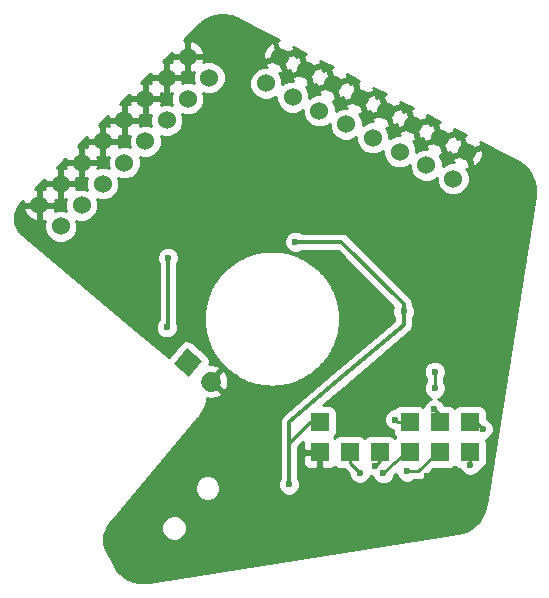
<source format=gbl>
G04 #@! TF.FileFunction,Copper,L2,Bot,Signal*
%FSLAX46Y46*%
G04 Gerber Fmt 4.6, Leading zero omitted, Abs format (unit mm)*
G04 Created by KiCad (PCBNEW 4.0.2+dfsg1-stable) date Tue 19 Jul 2016 04:40:27 PM CEST*
%MOMM*%
G01*
G04 APERTURE LIST*
%ADD10C,0.100000*%
%ADD11R,1.587500X1.587500*%
%ADD12C,1.727200*%
%ADD13C,1.524000*%
%ADD14C,0.600000*%
%ADD15C,0.250000*%
%ADD16C,0.300000*%
%ADD17C,0.254000*%
G04 APERTURE END LIST*
D10*
D11*
X14050000Y-18780000D03*
X14050000Y-21320000D03*
X16590000Y-21320000D03*
X19130000Y-21320000D03*
X21670000Y-18780000D03*
X21670000Y-21320000D03*
X24210000Y-18780000D03*
X24210000Y-21320000D03*
X26750000Y-18780000D03*
X26750000Y-21320000D03*
D10*
G36*
X1683333Y-13806445D02*
X2793555Y-12483333D01*
X4116667Y-13593555D01*
X3006445Y-14916667D01*
X1683333Y-13806445D01*
X1683333Y-13806445D01*
G37*
D12*
X4845753Y-15332681D02*
X4845753Y-15332681D01*
D13*
X-7888154Y-2184205D03*
X-9684205Y-388154D03*
X-6092102Y-388154D03*
X-7888154Y1407898D03*
X-4296051Y1407898D03*
X-6092102Y3203949D03*
X-2500000Y3203949D03*
X-4296051Y5000000D03*
X-703949Y5000000D03*
X-2500000Y6796051D03*
X1092102Y6796051D03*
X-703949Y8592102D03*
X2888154Y8592102D03*
X1092102Y10388154D03*
X4684205Y10388154D03*
X2888154Y12184205D03*
X9502384Y9904397D03*
X10655520Y12167554D03*
X11765541Y8751261D03*
X12918677Y11014418D03*
X14028697Y7598126D03*
X15181833Y9861282D03*
X16291854Y6444990D03*
X17444990Y8708146D03*
X18555010Y5291854D03*
X19708146Y7555010D03*
X20818167Y4138718D03*
X21971303Y6401874D03*
X23081323Y2985582D03*
X24234459Y5248739D03*
X25344480Y1832446D03*
X26497616Y4095603D03*
D14*
X23150000Y-23300000D03*
X6600000Y-4800000D03*
X21500000Y-6500000D03*
X7250000Y-29800000D03*
X15150000Y-17050000D03*
X26100000Y-14250000D03*
X12800000Y-26700000D03*
X-3050000Y-8350000D03*
X26000000Y-9500000D03*
X9000000Y3000000D03*
X6500000Y-2000000D03*
X23800000Y-15900000D03*
X23800000Y-14500000D03*
X11450000Y-24050000D03*
X1200000Y-4850000D03*
X1100000Y-10750000D03*
X21150000Y-9400000D03*
X12000000Y-3500000D03*
X20450000Y-18550000D03*
X17450000Y-23050000D03*
X18750000Y-22450000D03*
X19450000Y-23100000D03*
X23750000Y-17700000D03*
X21450000Y-22950000D03*
X27850000Y-19350000D03*
X26800000Y-22400000D03*
D15*
X23150000Y-23300000D02*
X23150000Y-23350000D01*
D16*
X12800000Y-26700000D02*
X12800000Y-26650000D01*
D15*
X23800000Y-14500000D02*
X23800000Y-15900000D01*
X14050000Y-18780000D02*
X13220000Y-18780000D01*
X13220000Y-18780000D02*
X11450000Y-20550000D01*
D16*
X11450000Y-18750000D02*
X15600000Y-15241753D01*
X11450000Y-24050000D02*
X11450000Y-20550000D01*
X11450000Y-20550000D02*
X11450000Y-18750000D01*
X15600000Y-15241753D02*
X21150000Y-10550000D01*
X21150000Y-10550000D02*
X21150000Y-9400000D01*
X21150000Y-9400000D02*
X21150000Y-8750000D01*
X15900000Y-3500000D02*
X12000000Y-3500000D01*
X21150000Y-8750000D02*
X15900000Y-3500000D01*
X1200000Y-10650000D02*
X1200000Y-4850000D01*
X1100000Y-10750000D02*
X1200000Y-10650000D01*
D15*
X12000000Y-3500000D02*
X12000000Y-3500000D01*
X21670000Y-18780000D02*
X20680000Y-18780000D01*
X20680000Y-18780000D02*
X20450000Y-18550000D01*
X16590000Y-21320000D02*
X16590000Y-22190000D01*
X16590000Y-22190000D02*
X17450000Y-23050000D01*
X18750000Y-22450000D02*
X19130000Y-22070000D01*
X19130000Y-22070000D02*
X19130000Y-21320000D01*
X21670000Y-21320000D02*
X21380000Y-21320000D01*
X21380000Y-21320000D02*
X19450000Y-23100000D01*
X24210000Y-18780000D02*
X24210000Y-18160000D01*
X24210000Y-18160000D02*
X23750000Y-17700000D01*
X22400000Y-22950000D02*
X24030000Y-21320000D01*
X21450000Y-22950000D02*
X22400000Y-22950000D01*
X24030000Y-21320000D02*
X24210000Y-21320000D01*
X26750000Y-18780000D02*
X27280000Y-18780000D01*
X27280000Y-18780000D02*
X27850000Y-19350000D01*
X26750000Y-22350000D02*
X26750000Y-21320000D01*
X26800000Y-22400000D02*
X26750000Y-22350000D01*
D17*
G36*
X5978679Y15675819D02*
X6068057Y15668944D01*
X6146590Y15662903D01*
X6214428Y15653977D01*
X6303855Y15640219D01*
X6381605Y15627943D01*
X6452312Y15613439D01*
X6519374Y15597555D01*
X6597880Y15574830D01*
X6682732Y15550268D01*
X6759397Y15525403D01*
X6830112Y15501211D01*
X6896359Y15474354D01*
X6978770Y15438717D01*
X7054668Y15404984D01*
X7130452Y15368116D01*
X10634117Y13582740D01*
X10559023Y13588650D01*
X10387180Y13404399D01*
X10712261Y12403903D01*
X10669661Y12361303D01*
X10849269Y12181695D01*
X11119381Y12451807D01*
X11813875Y12677462D01*
X11861930Y12924786D01*
X11803129Y12987042D01*
X12897018Y12429624D01*
X12822180Y12435514D01*
X12650337Y12251263D01*
X12975418Y11250767D01*
X12932818Y11208167D01*
X13112426Y11028559D01*
X13382538Y11298671D01*
X14077032Y11524326D01*
X14125087Y11771650D01*
X14066486Y11833694D01*
X15159920Y11276508D01*
X15085336Y11282378D01*
X14913493Y11098127D01*
X15238574Y10097631D01*
X15195974Y10055031D01*
X15375582Y9875423D01*
X15645694Y10145535D01*
X16340188Y10371190D01*
X16388243Y10618514D01*
X16329841Y10680347D01*
X17422822Y10123392D01*
X17348493Y10129242D01*
X17176650Y9944991D01*
X17501731Y8944495D01*
X17459131Y8901895D01*
X17638739Y8722287D01*
X17908851Y8992399D01*
X18603345Y9218054D01*
X18651400Y9465378D01*
X18593199Y9526999D01*
X19685724Y8970276D01*
X19611649Y8976106D01*
X19439806Y8791855D01*
X19764887Y7791359D01*
X19722287Y7748759D01*
X19901895Y7569151D01*
X20172007Y7839263D01*
X20866501Y8064918D01*
X20914556Y8312242D01*
X20856554Y8373652D01*
X21948626Y7817160D01*
X21874806Y7822970D01*
X21702963Y7638719D01*
X22028044Y6638223D01*
X21985444Y6595623D01*
X22165052Y6416015D01*
X22435164Y6686127D01*
X23129658Y6911782D01*
X23177713Y7159106D01*
X23119911Y7220304D01*
X24211525Y6664046D01*
X24137962Y6669835D01*
X23966119Y6485584D01*
X24291200Y5485088D01*
X24248600Y5442488D01*
X24428208Y5262880D01*
X24698320Y5532992D01*
X25392814Y5758647D01*
X25440869Y6005971D01*
X25383268Y6066956D01*
X26474427Y5510930D01*
X26401119Y5516699D01*
X26229276Y5332448D01*
X26554357Y4331952D01*
X26511757Y4289352D01*
X26691365Y4109744D01*
X26961477Y4379856D01*
X27655971Y4605511D01*
X27704026Y4852835D01*
X27646626Y4913608D01*
X30727953Y3343443D01*
X30838887Y3283539D01*
X30937438Y3227224D01*
X31030969Y3166819D01*
X31121404Y3103907D01*
X31206257Y3038339D01*
X31293186Y2965562D01*
X31379568Y2887607D01*
X31459947Y2811247D01*
X31536289Y2730888D01*
X31607108Y2652413D01*
X31672039Y2570295D01*
X31744224Y2474048D01*
X31807618Y2384900D01*
X31864835Y2294142D01*
X31919898Y2201717D01*
X31967605Y2110118D01*
X32017730Y2005693D01*
X32062288Y1904425D01*
X32102622Y1801575D01*
X32138130Y1700972D01*
X32169855Y1595882D01*
X32198157Y1488735D01*
X32222428Y1379516D01*
X32242676Y1270176D01*
X32258912Y1158551D01*
X32270435Y1052923D01*
X32276170Y947789D01*
X32278340Y826271D01*
X32278340Y715506D01*
X32270597Y607102D01*
X32260206Y490727D01*
X32243489Y371617D01*
X28100434Y-25789037D01*
X28078646Y-25911046D01*
X28055697Y-26018143D01*
X28025433Y-26127092D01*
X27992740Y-26237430D01*
X27954651Y-26343681D01*
X27915745Y-26444838D01*
X27870100Y-26544066D01*
X27818507Y-26651549D01*
X27768496Y-26745801D01*
X27714945Y-26835690D01*
X27652487Y-26931459D01*
X27591018Y-27020687D01*
X27522685Y-27109119D01*
X27454602Y-27193222D01*
X27384077Y-27271371D01*
X27304639Y-27352899D01*
X27226819Y-27428724D01*
X27144938Y-27500620D01*
X27060792Y-27570741D01*
X26972388Y-27637044D01*
X26878455Y-27703841D01*
X26787431Y-27763204D01*
X26697532Y-27816761D01*
X26600629Y-27868179D01*
X26498107Y-27918394D01*
X26399239Y-27962981D01*
X26295457Y-28002898D01*
X26189170Y-28041000D01*
X26085121Y-28071830D01*
X25970045Y-28101664D01*
X25856393Y-28128048D01*
X25740777Y-28148694D01*
X-420756Y-32291888D01*
X-536811Y-32308468D01*
X-648023Y-32318223D01*
X-763649Y-32324417D01*
X-881126Y-32326478D01*
X-993739Y-32324431D01*
X-1101552Y-32318655D01*
X-1206811Y-32307172D01*
X-1318436Y-32290936D01*
X-1427776Y-32270688D01*
X-1536995Y-32246417D01*
X-1644142Y-32218115D01*
X-1749232Y-32186390D01*
X-1849835Y-32150882D01*
X-1952685Y-32110548D01*
X-2051169Y-32067215D01*
X-2150537Y-32018545D01*
X-2252785Y-31964291D01*
X-2342410Y-31912805D01*
X-2433119Y-31853647D01*
X-2526864Y-31789067D01*
X-2615049Y-31722928D01*
X-2698432Y-31655428D01*
X-2782450Y-31581412D01*
X-2859507Y-31508207D01*
X-2935867Y-31427828D01*
X-3013822Y-31341446D01*
X-3086599Y-31254517D01*
X-3152167Y-31169664D01*
X-3211842Y-31083881D01*
X-3273234Y-30985655D01*
X-3334560Y-30882033D01*
X-3391642Y-30776327D01*
X-3956414Y-29666954D01*
X-3964071Y-29657234D01*
X-3967804Y-29645438D01*
X-4016492Y-29556913D01*
X-4055550Y-29478794D01*
X-4089135Y-29406322D01*
X-4118232Y-29331761D01*
X-4147831Y-29250857D01*
X-4169955Y-29181081D01*
X-4188637Y-29109752D01*
X-4204225Y-29037005D01*
X-4216034Y-28966153D01*
X-4224602Y-28892468D01*
X-4229712Y-28820926D01*
X-4231620Y-28738882D01*
X-4231620Y-28665066D01*
X-4226460Y-28591110D01*
X-4218737Y-28508085D01*
X-4209475Y-28441705D01*
X-4193233Y-28364107D01*
X-4173403Y-28276856D01*
X-4151575Y-28198638D01*
X-4125739Y-28117440D01*
X-4095764Y-28036884D01*
X-4060197Y-27949942D01*
X-4058751Y-27946760D01*
X653158Y-27946760D01*
X817928Y-28345533D01*
X1122759Y-28650896D01*
X1521243Y-28816361D01*
X1952716Y-28816738D01*
X2351489Y-28651968D01*
X2656852Y-28347137D01*
X2822317Y-27948653D01*
X2822694Y-27517180D01*
X2657924Y-27118407D01*
X2353093Y-26813044D01*
X1954609Y-26647579D01*
X1523136Y-26647202D01*
X1124363Y-26811972D01*
X819000Y-27116803D01*
X653535Y-27515287D01*
X653158Y-27946760D01*
X-4058751Y-27946760D01*
X-4022740Y-27867537D01*
X-3976445Y-27777049D01*
X-3928721Y-27685752D01*
X-3881211Y-27605349D01*
X-3823549Y-27516795D01*
X-3757518Y-27419949D01*
X-3692035Y-27329119D01*
X-3622539Y-27239183D01*
X-3543962Y-27145327D01*
X-3453355Y-27040028D01*
X-3450977Y-27035818D01*
X-3447208Y-27032793D01*
X-1386539Y-24576716D01*
X3480961Y-24576716D01*
X3645731Y-24975489D01*
X3950562Y-25280852D01*
X4349046Y-25446317D01*
X4780519Y-25446694D01*
X5179292Y-25281924D01*
X5484655Y-24977093D01*
X5650120Y-24578609D01*
X5650420Y-24235167D01*
X10514838Y-24235167D01*
X10656883Y-24578943D01*
X10919673Y-24842192D01*
X11263201Y-24984838D01*
X11635167Y-24985162D01*
X11978943Y-24843117D01*
X12242192Y-24580327D01*
X12384838Y-24236799D01*
X12385162Y-23864833D01*
X12243117Y-23521057D01*
X12235000Y-23512926D01*
X12235000Y-21605750D01*
X12621250Y-21605750D01*
X12621250Y-22240060D01*
X12717923Y-22473449D01*
X12896552Y-22652077D01*
X13129941Y-22748750D01*
X13764250Y-22748750D01*
X13923000Y-22590000D01*
X13923000Y-21447000D01*
X12780000Y-21447000D01*
X12621250Y-21605750D01*
X12235000Y-21605750D01*
X12235000Y-20839802D01*
X12621250Y-20453552D01*
X12621250Y-21034250D01*
X12780000Y-21193000D01*
X13923000Y-21193000D01*
X13923000Y-21173000D01*
X14177000Y-21173000D01*
X14177000Y-21193000D01*
X14197000Y-21193000D01*
X14197000Y-21447000D01*
X14177000Y-21447000D01*
X14177000Y-22590000D01*
X14335750Y-22748750D01*
X14970059Y-22748750D01*
X15203448Y-22652077D01*
X15315784Y-22539742D01*
X15332160Y-22565191D01*
X15544360Y-22710181D01*
X15796250Y-22761190D01*
X16086388Y-22761190D01*
X16514878Y-23189680D01*
X16514838Y-23235167D01*
X16656883Y-23578943D01*
X16919673Y-23842192D01*
X17263201Y-23984838D01*
X17635167Y-23985162D01*
X17978943Y-23843117D01*
X18242192Y-23580327D01*
X18358638Y-23299896D01*
X18554534Y-23381239D01*
X18656883Y-23628943D01*
X18919673Y-23892192D01*
X19263201Y-24034838D01*
X19635167Y-24035162D01*
X19978943Y-23893117D01*
X20242192Y-23630327D01*
X20384838Y-23286799D01*
X20384851Y-23271685D01*
X20519815Y-23147211D01*
X20656883Y-23478943D01*
X20919673Y-23742192D01*
X21263201Y-23884838D01*
X21635167Y-23885162D01*
X21978943Y-23743117D01*
X22012118Y-23710000D01*
X22400000Y-23710000D01*
X22690839Y-23652148D01*
X22937401Y-23487401D01*
X23663612Y-22761190D01*
X25003750Y-22761190D01*
X25239067Y-22716912D01*
X25455191Y-22577840D01*
X25478422Y-22543841D01*
X25492160Y-22565191D01*
X25704360Y-22710181D01*
X25935863Y-22757062D01*
X26006883Y-22928943D01*
X26269673Y-23192192D01*
X26613201Y-23334838D01*
X26985167Y-23335162D01*
X27328943Y-23193117D01*
X27592192Y-22930327D01*
X27672482Y-22736967D01*
X27779067Y-22716912D01*
X27995191Y-22577840D01*
X28140181Y-22365640D01*
X28191190Y-22113750D01*
X28191190Y-20526250D01*
X28146912Y-20290933D01*
X28120508Y-20249900D01*
X28378943Y-20143117D01*
X28642192Y-19880327D01*
X28784838Y-19536799D01*
X28785162Y-19164833D01*
X28643117Y-18821057D01*
X28380327Y-18557808D01*
X28191190Y-18479271D01*
X28191190Y-17986250D01*
X28146912Y-17750933D01*
X28007840Y-17534809D01*
X27795640Y-17389819D01*
X27543750Y-17338810D01*
X25956250Y-17338810D01*
X25720933Y-17383088D01*
X25504809Y-17522160D01*
X25481578Y-17556159D01*
X25467840Y-17534809D01*
X25255640Y-17389819D01*
X25003750Y-17338810D01*
X24612431Y-17338810D01*
X24543117Y-17171057D01*
X24280327Y-16907808D01*
X24045421Y-16810266D01*
X24328943Y-16693117D01*
X24592192Y-16430327D01*
X24734838Y-16086799D01*
X24735162Y-15714833D01*
X24593117Y-15371057D01*
X24560000Y-15337882D01*
X24560000Y-15062463D01*
X24592192Y-15030327D01*
X24734838Y-14686799D01*
X24735162Y-14314833D01*
X24593117Y-13971057D01*
X24330327Y-13707808D01*
X23986799Y-13565162D01*
X23614833Y-13564838D01*
X23271057Y-13706883D01*
X23007808Y-13969673D01*
X22865162Y-14313201D01*
X22864838Y-14685167D01*
X23006883Y-15028943D01*
X23040000Y-15062118D01*
X23040000Y-15337537D01*
X23007808Y-15369673D01*
X22865162Y-15713201D01*
X22864838Y-16085167D01*
X23006883Y-16428943D01*
X23269673Y-16692192D01*
X23504579Y-16789734D01*
X23221057Y-16906883D01*
X22957808Y-17169673D01*
X22833076Y-17470060D01*
X22715640Y-17389819D01*
X22463750Y-17338810D01*
X20876250Y-17338810D01*
X20640933Y-17383088D01*
X20424809Y-17522160D01*
X20361427Y-17614922D01*
X20264833Y-17614838D01*
X19921057Y-17756883D01*
X19657808Y-18019673D01*
X19515162Y-18363201D01*
X19514838Y-18735167D01*
X19656883Y-19078943D01*
X19919673Y-19342192D01*
X20228810Y-19470558D01*
X20228810Y-19573750D01*
X20273088Y-19809067D01*
X20412160Y-20025191D01*
X20446159Y-20048422D01*
X20424809Y-20062160D01*
X20401578Y-20096159D01*
X20387840Y-20074809D01*
X20175640Y-19929819D01*
X19923750Y-19878810D01*
X18336250Y-19878810D01*
X18100933Y-19923088D01*
X17884809Y-20062160D01*
X17861578Y-20096159D01*
X17847840Y-20074809D01*
X17635640Y-19929819D01*
X17383750Y-19878810D01*
X15796250Y-19878810D01*
X15560933Y-19923088D01*
X15344809Y-20062160D01*
X15317562Y-20102037D01*
X15269742Y-20054216D01*
X15295191Y-20037840D01*
X15440181Y-19825640D01*
X15491190Y-19573750D01*
X15491190Y-17986250D01*
X15446912Y-17750933D01*
X15307840Y-17534809D01*
X15095640Y-17389819D01*
X14843750Y-17338810D01*
X14335278Y-17338810D01*
X16106785Y-15841248D01*
X16106788Y-15841246D01*
X21656787Y-11149493D01*
X21677473Y-11123525D01*
X21705079Y-11105079D01*
X21772272Y-11004517D01*
X21847626Y-10909920D01*
X21856800Y-10878011D01*
X21875245Y-10850406D01*
X21898840Y-10731787D01*
X21932258Y-10615552D01*
X21928523Y-10582563D01*
X21935000Y-10550000D01*
X21935000Y-9937506D01*
X21942192Y-9930327D01*
X22084838Y-9586799D01*
X22085162Y-9214833D01*
X21943117Y-8871057D01*
X21935000Y-8862926D01*
X21935000Y-8750000D01*
X21875245Y-8449594D01*
X21875245Y-8449593D01*
X21705079Y-8194921D01*
X16455079Y-2944921D01*
X16200407Y-2774755D01*
X15900000Y-2715000D01*
X12537506Y-2715000D01*
X12530327Y-2707808D01*
X12186799Y-2565162D01*
X11814833Y-2564838D01*
X11471057Y-2706883D01*
X11207808Y-2969673D01*
X11065162Y-3313201D01*
X11064838Y-3685167D01*
X11206883Y-4028943D01*
X11469673Y-4292192D01*
X11813201Y-4434838D01*
X12185167Y-4435162D01*
X12528943Y-4293117D01*
X12537074Y-4285000D01*
X15574842Y-4285000D01*
X20299628Y-9009786D01*
X20215162Y-9213201D01*
X20214838Y-9585167D01*
X20356883Y-9928943D01*
X20365000Y-9937074D01*
X20365000Y-10185697D01*
X15093212Y-14642260D01*
X15093210Y-14642263D01*
X10943212Y-18150507D01*
X10922525Y-18176476D01*
X10894921Y-18194921D01*
X10827730Y-18295480D01*
X10752374Y-18390080D01*
X10743200Y-18421989D01*
X10724755Y-18449594D01*
X10701160Y-18568213D01*
X10667742Y-18684448D01*
X10671477Y-18717437D01*
X10665000Y-18750000D01*
X10665000Y-23512494D01*
X10657808Y-23519673D01*
X10515162Y-23863201D01*
X10514838Y-24235167D01*
X5650420Y-24235167D01*
X5650497Y-24147136D01*
X5485727Y-23748363D01*
X5180896Y-23443000D01*
X4782412Y-23277535D01*
X4350939Y-23277158D01*
X3952166Y-23441928D01*
X3646803Y-23746759D01*
X3481338Y-24145243D01*
X3480961Y-24576716D01*
X-1386539Y-24576716D01*
X3687652Y-18528873D01*
X3688623Y-18527104D01*
X3690190Y-18525832D01*
X3801950Y-18391212D01*
X3808807Y-18378557D01*
X3819639Y-18369080D01*
X3921239Y-18237000D01*
X3927323Y-18224701D01*
X3937325Y-18215304D01*
X4026225Y-18090844D01*
X4032144Y-18077728D01*
X4042257Y-18067493D01*
X4120997Y-17948113D01*
X4127221Y-17932830D01*
X4138310Y-17920606D01*
X4206890Y-17806305D01*
X4215681Y-17781772D01*
X4231849Y-17761333D01*
X4287729Y-17652112D01*
X4291845Y-17637611D01*
X4300731Y-17625431D01*
X4348991Y-17521291D01*
X4357807Y-17484886D01*
X4376840Y-17452627D01*
X4412400Y-17351027D01*
X4417018Y-17318333D01*
X4431302Y-17288562D01*
X4456702Y-17189502D01*
X4458688Y-17153198D01*
X4471255Y-17119083D01*
X4486495Y-17022563D01*
X4485369Y-16994245D01*
X4493188Y-16967001D01*
X4500808Y-16875561D01*
X4494797Y-16822693D01*
X4502267Y-16770012D01*
X4501828Y-16762118D01*
X4750646Y-16828270D01*
X5330223Y-16750821D01*
X5729538Y-16542940D01*
X5785882Y-16287330D01*
X4861407Y-15511603D01*
X4848551Y-15526924D01*
X4653976Y-15363655D01*
X4666831Y-15348335D01*
X4651510Y-15335479D01*
X4666993Y-15317027D01*
X5024675Y-15317027D01*
X5949150Y-16092754D01*
X6191093Y-15992880D01*
X6326475Y-15563533D01*
X6302105Y-14979313D01*
X6056019Y-14448889D01*
X5800821Y-14392052D01*
X5024675Y-15317027D01*
X4666993Y-15317027D01*
X4814779Y-15140904D01*
X4830099Y-15153759D01*
X5606245Y-14228784D01*
X5505958Y-13987333D01*
X4940860Y-13837092D01*
X4690906Y-13870493D01*
X4729975Y-13800997D01*
X4762361Y-13546042D01*
X4693005Y-13298574D01*
X4532833Y-13097587D01*
X3209721Y-11987365D01*
X3000997Y-11870025D01*
X2746042Y-11837639D01*
X2498574Y-11906995D01*
X2297587Y-12067167D01*
X1291568Y-13266095D01*
X-1486039Y-10935167D01*
X164838Y-10935167D01*
X306883Y-11278943D01*
X569673Y-11542192D01*
X913201Y-11684838D01*
X1285167Y-11685162D01*
X1628943Y-11543117D01*
X1892192Y-11280327D01*
X2034838Y-10936799D01*
X2035162Y-10564833D01*
X1985000Y-10443431D01*
X1985000Y-9983791D01*
X4239452Y-9983791D01*
X4242319Y-10000000D01*
X4239452Y-10016209D01*
X4244532Y-10254969D01*
X4248895Y-10274701D01*
X4246420Y-10294756D01*
X4264200Y-10536055D01*
X4268629Y-10552066D01*
X4267304Y-10568626D01*
X4295244Y-10807386D01*
X4301654Y-10827202D01*
X4301113Y-10848019D01*
X4341753Y-11084238D01*
X4347504Y-11099210D01*
X4347752Y-11115248D01*
X4398552Y-11351469D01*
X4407185Y-11371430D01*
X4408744Y-11393122D01*
X4472244Y-11624262D01*
X4479245Y-11638237D01*
X4480995Y-11653770D01*
X4554655Y-11884910D01*
X4564507Y-11902738D01*
X4567850Y-11922831D01*
X4654210Y-12151432D01*
X4663711Y-12166668D01*
X4667476Y-12184224D01*
X4763996Y-12407744D01*
X4776289Y-12425560D01*
X4782006Y-12446437D01*
X4891226Y-12664876D01*
X4901059Y-12677546D01*
X4905933Y-12692827D01*
X5025313Y-12908727D01*
X5038927Y-12924843D01*
X5046423Y-12944558D01*
X5178503Y-13155378D01*
X5190501Y-13168103D01*
X5197451Y-13184156D01*
X5339691Y-13389895D01*
X5356006Y-13405700D01*
X5366239Y-13425979D01*
X5521179Y-13624099D01*
X5534032Y-13635163D01*
X5542329Y-13649955D01*
X5707429Y-13842995D01*
X5722644Y-13854973D01*
X5732951Y-13871366D01*
X5910751Y-14059326D01*
X5928259Y-14071741D01*
X5940674Y-14089249D01*
X6128634Y-14267049D01*
X6145027Y-14277356D01*
X6157005Y-14292571D01*
X6350045Y-14457671D01*
X6364837Y-14465968D01*
X6375901Y-14478821D01*
X6574020Y-14633761D01*
X6594299Y-14643994D01*
X6610104Y-14660309D01*
X6815844Y-14802549D01*
X6831898Y-14809499D01*
X6844622Y-14821497D01*
X7055441Y-14953577D01*
X7075158Y-14961074D01*
X7091273Y-14974687D01*
X7307173Y-15094067D01*
X7322453Y-15098940D01*
X7335123Y-15108774D01*
X7553563Y-15217993D01*
X7574438Y-15223710D01*
X7592256Y-15236004D01*
X7815775Y-15332523D01*
X7833331Y-15336289D01*
X7848569Y-15345790D01*
X8077169Y-15432150D01*
X8097262Y-15435493D01*
X8115090Y-15445345D01*
X8346229Y-15519005D01*
X8361764Y-15520755D01*
X8375738Y-15527756D01*
X8606879Y-15591256D01*
X8628571Y-15592815D01*
X8648532Y-15601448D01*
X8884752Y-15652248D01*
X8900789Y-15652496D01*
X8915761Y-15658247D01*
X9151981Y-15698887D01*
X9172798Y-15698346D01*
X9192614Y-15704756D01*
X9431374Y-15732696D01*
X9447934Y-15731371D01*
X9463944Y-15735800D01*
X9705244Y-15753580D01*
X9725299Y-15751105D01*
X9745031Y-15755468D01*
X9983791Y-15760548D01*
X10000000Y-15757681D01*
X10016209Y-15760548D01*
X10254969Y-15755468D01*
X10274701Y-15751105D01*
X10294756Y-15753580D01*
X10536055Y-15735800D01*
X10552066Y-15731371D01*
X10568626Y-15732696D01*
X10807386Y-15704756D01*
X10827202Y-15698346D01*
X10848019Y-15698887D01*
X11084238Y-15658247D01*
X11099210Y-15652496D01*
X11115248Y-15652248D01*
X11351469Y-15601448D01*
X11371430Y-15592815D01*
X11393122Y-15591256D01*
X11624262Y-15527756D01*
X11638237Y-15520755D01*
X11653770Y-15519005D01*
X11884910Y-15445345D01*
X11902738Y-15435493D01*
X11922831Y-15432150D01*
X12151432Y-15345790D01*
X12166668Y-15336289D01*
X12184224Y-15332524D01*
X12407744Y-15236004D01*
X12425560Y-15223711D01*
X12446437Y-15217994D01*
X12664876Y-15108774D01*
X12677546Y-15098941D01*
X12692827Y-15094067D01*
X12908727Y-14974687D01*
X12924843Y-14961073D01*
X12944558Y-14953577D01*
X13155378Y-14821497D01*
X13168103Y-14809499D01*
X13184156Y-14802549D01*
X13389895Y-14660309D01*
X13405700Y-14643994D01*
X13425979Y-14633761D01*
X13624099Y-14478821D01*
X13635163Y-14465968D01*
X13649955Y-14457671D01*
X13842995Y-14292571D01*
X13854973Y-14277356D01*
X13871366Y-14267049D01*
X14059326Y-14089249D01*
X14071741Y-14071741D01*
X14089249Y-14059326D01*
X14267049Y-13871366D01*
X14277356Y-13854973D01*
X14292571Y-13842995D01*
X14457671Y-13649955D01*
X14465968Y-13635163D01*
X14478821Y-13624099D01*
X14633761Y-13425980D01*
X14643994Y-13405701D01*
X14660309Y-13389896D01*
X14802549Y-13184156D01*
X14809499Y-13168102D01*
X14821497Y-13155378D01*
X14953577Y-12944559D01*
X14961074Y-12924842D01*
X14974687Y-12908727D01*
X15094067Y-12692827D01*
X15098940Y-12677547D01*
X15108774Y-12664877D01*
X15217993Y-12446437D01*
X15223710Y-12425562D01*
X15236004Y-12407744D01*
X15332523Y-12184225D01*
X15336289Y-12166669D01*
X15345790Y-12151431D01*
X15432150Y-11922831D01*
X15435493Y-11902738D01*
X15445345Y-11884910D01*
X15519005Y-11653771D01*
X15520755Y-11638236D01*
X15527756Y-11624262D01*
X15591256Y-11393121D01*
X15592815Y-11371429D01*
X15601448Y-11351468D01*
X15652248Y-11115248D01*
X15652496Y-11099211D01*
X15658247Y-11084239D01*
X15698887Y-10848019D01*
X15698346Y-10827202D01*
X15704756Y-10807386D01*
X15732696Y-10568626D01*
X15731371Y-10552066D01*
X15735800Y-10536056D01*
X15753580Y-10294756D01*
X15751105Y-10274701D01*
X15755468Y-10254969D01*
X15760548Y-10016209D01*
X15757681Y-10000000D01*
X15760548Y-9983791D01*
X15755468Y-9745031D01*
X15751105Y-9725299D01*
X15753580Y-9705244D01*
X15735800Y-9463944D01*
X15731371Y-9447934D01*
X15732696Y-9431374D01*
X15704756Y-9192614D01*
X15698346Y-9172798D01*
X15698887Y-9151981D01*
X15658247Y-8915761D01*
X15652496Y-8900789D01*
X15652248Y-8884752D01*
X15601448Y-8648532D01*
X15592815Y-8628571D01*
X15591256Y-8606879D01*
X15527756Y-8375738D01*
X15520755Y-8361764D01*
X15519005Y-8346229D01*
X15445345Y-8115090D01*
X15435493Y-8097262D01*
X15432150Y-8077169D01*
X15345790Y-7848569D01*
X15336289Y-7833331D01*
X15332523Y-7815775D01*
X15236004Y-7592256D01*
X15223710Y-7574438D01*
X15217993Y-7553563D01*
X15108774Y-7335123D01*
X15098940Y-7322453D01*
X15094067Y-7307173D01*
X14974687Y-7091273D01*
X14961074Y-7075158D01*
X14953577Y-7055441D01*
X14821497Y-6844622D01*
X14809499Y-6831898D01*
X14802549Y-6815844D01*
X14660309Y-6610104D01*
X14643994Y-6594299D01*
X14633761Y-6574020D01*
X14478821Y-6375901D01*
X14465968Y-6364837D01*
X14457671Y-6350045D01*
X14292571Y-6157005D01*
X14277356Y-6145027D01*
X14267049Y-6128634D01*
X14089249Y-5940674D01*
X14076040Y-5931307D01*
X14066854Y-5917970D01*
X13975414Y-5829070D01*
X13966638Y-5823383D01*
X13960476Y-5814934D01*
X13863957Y-5726035D01*
X13858658Y-5722801D01*
X13854919Y-5717843D01*
X13760939Y-5634023D01*
X13747201Y-5625938D01*
X13737089Y-5613618D01*
X13638029Y-5532338D01*
X13632720Y-5529501D01*
X13628830Y-5524909D01*
X13529770Y-5446169D01*
X13524283Y-5443345D01*
X13520219Y-5438700D01*
X13421160Y-5362501D01*
X13411302Y-5357625D01*
X13403829Y-5349557D01*
X13302229Y-5275897D01*
X13286431Y-5268633D01*
X13274053Y-5256420D01*
X13065773Y-5119260D01*
X13049490Y-5112643D01*
X13036431Y-5100879D01*
X12929751Y-5037379D01*
X12923257Y-5035078D01*
X12918058Y-5030559D01*
X12811378Y-4969599D01*
X12801098Y-4966160D01*
X12792719Y-4959280D01*
X12683499Y-4900860D01*
X12676725Y-4898803D01*
X12671173Y-4894411D01*
X12561953Y-4838531D01*
X12555011Y-4836561D01*
X12549272Y-4832192D01*
X12440052Y-4778852D01*
X12429686Y-4776117D01*
X12420978Y-4769861D01*
X12309218Y-4719061D01*
X12294783Y-4715677D01*
X12282418Y-4707493D01*
X12170658Y-4661773D01*
X12167681Y-4661194D01*
X12165140Y-4659541D01*
X12050840Y-4613821D01*
X12036044Y-4611065D01*
X12023117Y-4603352D01*
X11908817Y-4562712D01*
X11901197Y-4561597D01*
X11894506Y-4557783D01*
X11780206Y-4519683D01*
X11770091Y-4518408D01*
X11761105Y-4513594D01*
X11644265Y-4478035D01*
X11638781Y-4477490D01*
X11633885Y-4474956D01*
X11519585Y-4441936D01*
X11509527Y-4441080D01*
X11500445Y-4436676D01*
X11383605Y-4406196D01*
X11373827Y-4405620D01*
X11364908Y-4401570D01*
X11245528Y-4373630D01*
X11231333Y-4373153D01*
X11218193Y-4367759D01*
X11101353Y-4344899D01*
X11099795Y-4344904D01*
X11098351Y-4344318D01*
X10978971Y-4321458D01*
X10964195Y-4321564D01*
X10950297Y-4316532D01*
X10833457Y-4298752D01*
X10824149Y-4299174D01*
X10815314Y-4296214D01*
X10695935Y-4280974D01*
X10695934Y-4280974D01*
X10576553Y-4265734D01*
X10552194Y-4267427D01*
X10528600Y-4261148D01*
X10409220Y-4253528D01*
X10408711Y-4253596D01*
X10408212Y-4253464D01*
X10286292Y-4245844D01*
X10278649Y-4246874D01*
X10271156Y-4245049D01*
X10151776Y-4239969D01*
X10143635Y-4241231D01*
X10135589Y-4239452D01*
X10016209Y-4236912D01*
X10008087Y-4238349D01*
X10000000Y-4236740D01*
X9991913Y-4238349D01*
X9983791Y-4236912D01*
X9864411Y-4239452D01*
X9856365Y-4241231D01*
X9848224Y-4239969D01*
X9728844Y-4245049D01*
X9721351Y-4246874D01*
X9713708Y-4245844D01*
X9591788Y-4253464D01*
X9591290Y-4253596D01*
X9590781Y-4253528D01*
X9471400Y-4261148D01*
X9447806Y-4267427D01*
X9423447Y-4265734D01*
X9184687Y-4296214D01*
X9175852Y-4299174D01*
X9166543Y-4298752D01*
X9049703Y-4316532D01*
X9035805Y-4321564D01*
X9021029Y-4321458D01*
X8901649Y-4344318D01*
X8900205Y-4344904D01*
X8898647Y-4344899D01*
X8781807Y-4367759D01*
X8768667Y-4373153D01*
X8754472Y-4373630D01*
X8635092Y-4401570D01*
X8626173Y-4405620D01*
X8616394Y-4406196D01*
X8499555Y-4436676D01*
X8490473Y-4441080D01*
X8480415Y-4441936D01*
X8366115Y-4474956D01*
X8361219Y-4477490D01*
X8355734Y-4478035D01*
X8238895Y-4513595D01*
X8229911Y-4518408D01*
X8219795Y-4519683D01*
X8105494Y-4557783D01*
X8098803Y-4561597D01*
X8091183Y-4562712D01*
X7976883Y-4603352D01*
X7963956Y-4611065D01*
X7949160Y-4613821D01*
X7834860Y-4659541D01*
X7832319Y-4661194D01*
X7829342Y-4661773D01*
X7717582Y-4707493D01*
X7705217Y-4715677D01*
X7690782Y-4719061D01*
X7579022Y-4769861D01*
X7570314Y-4776117D01*
X7559947Y-4778852D01*
X7450728Y-4832192D01*
X7444989Y-4836561D01*
X7438048Y-4838531D01*
X7328827Y-4894411D01*
X7323275Y-4898803D01*
X7316501Y-4900860D01*
X7207281Y-4959280D01*
X7198902Y-4966160D01*
X7188622Y-4969599D01*
X7081942Y-5030559D01*
X7076742Y-5035078D01*
X7070250Y-5037379D01*
X6963569Y-5100879D01*
X6950510Y-5112643D01*
X6934227Y-5119260D01*
X6725947Y-5256420D01*
X6713570Y-5268633D01*
X6697770Y-5275897D01*
X6596171Y-5349557D01*
X6588698Y-5357625D01*
X6578840Y-5362501D01*
X6479780Y-5438701D01*
X6475717Y-5443346D01*
X6470230Y-5446169D01*
X6371170Y-5524909D01*
X6367280Y-5529501D01*
X6361971Y-5532338D01*
X6262911Y-5613618D01*
X6252798Y-5625939D01*
X6239062Y-5634023D01*
X6145081Y-5717843D01*
X6141342Y-5722801D01*
X6136043Y-5726035D01*
X6039523Y-5814935D01*
X6033362Y-5823384D01*
X6024586Y-5829070D01*
X5933146Y-5917970D01*
X5923960Y-5931307D01*
X5910751Y-5940674D01*
X5732951Y-6128634D01*
X5722644Y-6145027D01*
X5707429Y-6157005D01*
X5542329Y-6350045D01*
X5534032Y-6364837D01*
X5521179Y-6375901D01*
X5366239Y-6574021D01*
X5356006Y-6594300D01*
X5339691Y-6610105D01*
X5197451Y-6815844D01*
X5190501Y-6831897D01*
X5178503Y-6844622D01*
X5046423Y-7055442D01*
X5038927Y-7075157D01*
X5025313Y-7091273D01*
X4905933Y-7307173D01*
X4901059Y-7322454D01*
X4891226Y-7335124D01*
X4782006Y-7553563D01*
X4776289Y-7574440D01*
X4763996Y-7592256D01*
X4667476Y-7815776D01*
X4663711Y-7833332D01*
X4654210Y-7848568D01*
X4567850Y-8077169D01*
X4564507Y-8097262D01*
X4554655Y-8115090D01*
X4480995Y-8346230D01*
X4479245Y-8361763D01*
X4472244Y-8375738D01*
X4408744Y-8606878D01*
X4407185Y-8628570D01*
X4398552Y-8648531D01*
X4347752Y-8884752D01*
X4347504Y-8900790D01*
X4341753Y-8915762D01*
X4301113Y-9151981D01*
X4301654Y-9172798D01*
X4295244Y-9192614D01*
X4267304Y-9431374D01*
X4268629Y-9447934D01*
X4264200Y-9463945D01*
X4246420Y-9705244D01*
X4248895Y-9725299D01*
X4244532Y-9745031D01*
X4239452Y-9983791D01*
X1985000Y-9983791D01*
X1985000Y-5387506D01*
X1992192Y-5380327D01*
X2134838Y-5036799D01*
X2135162Y-4664833D01*
X1993117Y-4321057D01*
X1730327Y-4057808D01*
X1386799Y-3915162D01*
X1014833Y-3914838D01*
X671057Y-4056883D01*
X407808Y-4319673D01*
X265162Y-4663201D01*
X264838Y-5035167D01*
X406883Y-5378943D01*
X415000Y-5387074D01*
X415000Y-10112668D01*
X307808Y-10219673D01*
X165162Y-10563201D01*
X164838Y-10935167D01*
X-1486039Y-10935167D01*
X-11131740Y-2840636D01*
X-11214612Y-2767870D01*
X-11285069Y-2699220D01*
X-11349097Y-2629857D01*
X-11412512Y-2553385D01*
X-11470928Y-2476714D01*
X-11519581Y-2404574D01*
X-11565574Y-2326739D01*
X-11607626Y-2247892D01*
X-11644218Y-2167736D01*
X-11679929Y-2079399D01*
X-11707882Y-2000472D01*
X-11728986Y-1922552D01*
X-11749716Y-1830207D01*
X-11764398Y-1748643D01*
X-11772615Y-1666472D01*
X-11777960Y-1577382D01*
X-11777960Y-1485622D01*
X-11774629Y-1400677D01*
X-11764573Y-1315198D01*
X-11749881Y-1221538D01*
X-11729495Y-1127020D01*
X-11706767Y-1037857D01*
X-11677267Y-949359D01*
X-11643822Y-861345D01*
X-11601410Y-769144D01*
X-11584600Y-735523D01*
X-11065567Y-735523D01*
X-10827485Y-1237705D01*
X-10415349Y-1610551D01*
X-10031574Y-1769516D01*
X-9811205Y-1647385D01*
X-9811205Y-581903D01*
X-9670064Y-581903D01*
X-9557205Y-694762D01*
X-9557205Y-1647385D01*
X-9336836Y-1769516D01*
X-9202082Y-1705630D01*
X-9284911Y-1905105D01*
X-9285396Y-2460866D01*
X-9073164Y-2974508D01*
X-8680524Y-3367834D01*
X-8167254Y-3580962D01*
X-7611493Y-3581447D01*
X-7097851Y-3369215D01*
X-6704525Y-2976575D01*
X-6491397Y-2463305D01*
X-6490912Y-1907544D01*
X-6576869Y-1699511D01*
X-6371202Y-1784911D01*
X-5815441Y-1785396D01*
X-5301799Y-1573164D01*
X-4908473Y-1180524D01*
X-4695345Y-667254D01*
X-4694860Y-111493D01*
X-4780818Y96541D01*
X-4575151Y11141D01*
X-4019390Y10656D01*
X-3505748Y222888D01*
X-3112422Y615528D01*
X-2899294Y1128798D01*
X-2898809Y1684559D01*
X-2984766Y1892592D01*
X-2779100Y1807192D01*
X-2223339Y1806707D01*
X-1709697Y2018939D01*
X-1316371Y2411579D01*
X-1103243Y2924849D01*
X-1102758Y3480610D01*
X-1188715Y3688643D01*
X-983049Y3603243D01*
X-427288Y3602758D01*
X86354Y3814990D01*
X479680Y4207630D01*
X692808Y4720900D01*
X693293Y5276661D01*
X607336Y5484694D01*
X813002Y5399294D01*
X1368763Y5398809D01*
X1882405Y5611041D01*
X2275731Y6003681D01*
X2488859Y6516951D01*
X2489344Y7072712D01*
X2403387Y7280745D01*
X2609054Y7195345D01*
X3164815Y7194860D01*
X3678457Y7407092D01*
X4071783Y7799732D01*
X4284911Y8313002D01*
X4285396Y8868763D01*
X4199438Y9076797D01*
X4405105Y8991397D01*
X4960866Y8990912D01*
X5474508Y9203144D01*
X5867834Y9595784D01*
X5881101Y9627736D01*
X8105142Y9627736D01*
X8317374Y9114094D01*
X8710014Y8720768D01*
X9223284Y8507640D01*
X9779045Y8507155D01*
X10292687Y8719387D01*
X10368579Y8795146D01*
X10368299Y8474600D01*
X10580531Y7960958D01*
X10973171Y7567632D01*
X11486441Y7354504D01*
X12042202Y7354019D01*
X12555844Y7566251D01*
X12631735Y7642009D01*
X12631455Y7321465D01*
X12843687Y6807823D01*
X13236327Y6414497D01*
X13749597Y6201369D01*
X14305358Y6200884D01*
X14819000Y6413116D01*
X14894892Y6488875D01*
X14894612Y6168329D01*
X15106844Y5654687D01*
X15499484Y5261361D01*
X16012754Y5048233D01*
X16568515Y5047748D01*
X17082157Y5259980D01*
X17158048Y5335738D01*
X17157768Y5015193D01*
X17370000Y4501551D01*
X17762640Y4108225D01*
X18275910Y3895097D01*
X18831671Y3894612D01*
X19345313Y4106844D01*
X19421205Y4182603D01*
X19420925Y3862057D01*
X19633157Y3348415D01*
X20025797Y2955089D01*
X20539067Y2741961D01*
X21094828Y2741476D01*
X21608470Y2953708D01*
X21684361Y3029466D01*
X21684081Y2708921D01*
X21896313Y2195279D01*
X22288953Y1801953D01*
X22802223Y1588825D01*
X23357984Y1588340D01*
X23871626Y1800572D01*
X23947518Y1876331D01*
X23947238Y1555785D01*
X24159470Y1042143D01*
X24552110Y648817D01*
X25065380Y435689D01*
X25621141Y435204D01*
X26134783Y647436D01*
X26528109Y1040076D01*
X26741237Y1553346D01*
X26741722Y2109107D01*
X26529490Y2622749D01*
X26467907Y2684439D01*
X26594113Y2674507D01*
X26765956Y2858758D01*
X26440875Y3859254D01*
X26483475Y3901854D01*
X26371265Y4014064D01*
X26657645Y4014064D01*
X27007524Y2937248D01*
X27254848Y2889193D01*
X27658880Y3270805D01*
X27886121Y3777985D01*
X27918712Y4192100D01*
X27734461Y4363943D01*
X26657645Y4014064D01*
X26371265Y4014064D01*
X26303867Y4081462D01*
X26033755Y3811350D01*
X25339261Y3585695D01*
X25291206Y3338371D01*
X25394127Y3229403D01*
X25067819Y3229688D01*
X24554177Y3017456D01*
X24478285Y2941697D01*
X24478565Y3262243D01*
X24266333Y3775885D01*
X24204750Y3837575D01*
X24330956Y3827643D01*
X24502799Y4011894D01*
X24177718Y5012390D01*
X24220318Y5054990D01*
X24248600Y5054990D01*
X24518712Y4784878D01*
X24744367Y4090384D01*
X24991691Y4042329D01*
X25087007Y4132356D01*
X25076520Y3999106D01*
X25260771Y3827263D01*
X26261267Y4152344D01*
X26303867Y4109744D01*
X26483475Y4289352D01*
X26213363Y4559464D01*
X25987708Y5253958D01*
X25740384Y5302013D01*
X25645068Y5211986D01*
X25655555Y5345236D01*
X25471304Y5517079D01*
X24470808Y5191998D01*
X24428208Y5234598D01*
X24248600Y5054990D01*
X24220318Y5054990D01*
X24040710Y5234598D01*
X23770598Y4964486D01*
X23076104Y4738831D01*
X23028049Y4491507D01*
X23130970Y4382539D01*
X22804662Y4382824D01*
X22291020Y4170592D01*
X22215129Y4094834D01*
X22215409Y4415379D01*
X22003177Y4929021D01*
X21941595Y4990710D01*
X22067800Y4980778D01*
X22239643Y5165029D01*
X21914562Y6165525D01*
X21957162Y6208125D01*
X21985444Y6208125D01*
X22255556Y5938013D01*
X22481211Y5243519D01*
X22728535Y5195464D01*
X22823850Y5285490D01*
X22813363Y5152242D01*
X22997614Y4980399D01*
X23998110Y5305480D01*
X24040710Y5262880D01*
X24220318Y5442488D01*
X23950206Y5712600D01*
X23724551Y6407094D01*
X23477227Y6455149D01*
X23381912Y6365123D01*
X23392399Y6498371D01*
X23208148Y6670214D01*
X22207652Y6345133D01*
X22165052Y6387733D01*
X21985444Y6208125D01*
X21957162Y6208125D01*
X21777554Y6387733D01*
X21507442Y6117621D01*
X20812948Y5891966D01*
X20764893Y5644642D01*
X20867813Y5535675D01*
X20541506Y5535960D01*
X20027864Y5323728D01*
X19951972Y5247969D01*
X19952252Y5568515D01*
X19740020Y6082157D01*
X19678438Y6143846D01*
X19804643Y6133914D01*
X19976486Y6318165D01*
X19651405Y7318661D01*
X19694005Y7361261D01*
X19722287Y7361261D01*
X19992399Y7091149D01*
X20218054Y6396655D01*
X20465378Y6348600D01*
X20560694Y6438627D01*
X20550207Y6305377D01*
X20734458Y6133534D01*
X21734954Y6458615D01*
X21777554Y6416015D01*
X21957162Y6595623D01*
X21687050Y6865735D01*
X21461395Y7560229D01*
X21214071Y7608284D01*
X21118755Y7518257D01*
X21129242Y7651507D01*
X20944991Y7823350D01*
X19944495Y7498269D01*
X19901895Y7540869D01*
X19722287Y7361261D01*
X19694005Y7361261D01*
X19514397Y7540869D01*
X19244285Y7270757D01*
X18549791Y7045102D01*
X18501736Y6797778D01*
X18604656Y6688811D01*
X18278349Y6689096D01*
X17764707Y6476864D01*
X17688816Y6401106D01*
X17689096Y6721651D01*
X17476864Y7235293D01*
X17415282Y7296982D01*
X17541487Y7287050D01*
X17713330Y7471301D01*
X17388249Y8471797D01*
X17430849Y8514397D01*
X17459131Y8514397D01*
X17729243Y8244285D01*
X17954898Y7549791D01*
X18202222Y7501736D01*
X18297537Y7591762D01*
X18287050Y7458513D01*
X18471301Y7286670D01*
X19471797Y7611751D01*
X19514397Y7569151D01*
X19694005Y7748759D01*
X19423893Y8018871D01*
X19198238Y8713365D01*
X18950914Y8761420D01*
X18855599Y8671394D01*
X18866086Y8804643D01*
X18681835Y8976486D01*
X17681339Y8651405D01*
X17638739Y8694005D01*
X17459131Y8514397D01*
X17430849Y8514397D01*
X17251241Y8694005D01*
X16981129Y8423893D01*
X16286635Y8198238D01*
X16238580Y7950914D01*
X16341500Y7841947D01*
X16015193Y7842232D01*
X15501551Y7630000D01*
X15425659Y7554241D01*
X15425939Y7874787D01*
X15213707Y8388429D01*
X15152125Y8450118D01*
X15278330Y8440186D01*
X15450173Y8624437D01*
X15125092Y9624933D01*
X15167692Y9667533D01*
X15195974Y9667533D01*
X15466086Y9397421D01*
X15691741Y8702927D01*
X15939065Y8654872D01*
X16034381Y8744899D01*
X16023894Y8611649D01*
X16208145Y8439806D01*
X17208641Y8764887D01*
X17251241Y8722287D01*
X17430849Y8901895D01*
X17160737Y9172007D01*
X16935082Y9866501D01*
X16687758Y9914556D01*
X16592442Y9824529D01*
X16602929Y9957779D01*
X16418678Y10129622D01*
X15418182Y9804541D01*
X15375582Y9847141D01*
X15195974Y9667533D01*
X15167692Y9667533D01*
X14988084Y9847141D01*
X14717972Y9577029D01*
X14023478Y9351374D01*
X13975423Y9104050D01*
X14078343Y8995083D01*
X13752036Y8995368D01*
X13238394Y8783136D01*
X13162503Y8707378D01*
X13162783Y9027922D01*
X12950551Y9541564D01*
X12888968Y9603254D01*
X13015174Y9593322D01*
X13187017Y9777573D01*
X12861936Y10778069D01*
X12904536Y10820669D01*
X12932818Y10820669D01*
X13202930Y10550557D01*
X13428585Y9856063D01*
X13675909Y9808008D01*
X13771224Y9898034D01*
X13760737Y9764785D01*
X13944988Y9592942D01*
X14945484Y9918023D01*
X14988084Y9875423D01*
X15167692Y10055031D01*
X14897580Y10325143D01*
X14671925Y11019637D01*
X14424601Y11067692D01*
X14329286Y10977666D01*
X14339773Y11110915D01*
X14155522Y11282758D01*
X13155026Y10957677D01*
X13112426Y11000277D01*
X12932818Y10820669D01*
X12904536Y10820669D01*
X12724928Y11000277D01*
X12454816Y10730165D01*
X11760322Y10504510D01*
X11712267Y10257186D01*
X11815188Y10148218D01*
X11488880Y10148503D01*
X10975238Y9936271D01*
X10899346Y9860512D01*
X10899626Y10181058D01*
X10687394Y10694700D01*
X10625811Y10756390D01*
X10752017Y10746458D01*
X10923860Y10930709D01*
X10598779Y11931205D01*
X10641379Y11973805D01*
X10669661Y11973805D01*
X10939773Y11703693D01*
X11165428Y11009199D01*
X11412752Y10961144D01*
X11508068Y11051171D01*
X11497581Y10917921D01*
X11681832Y10746078D01*
X12682328Y11071159D01*
X12724928Y11028559D01*
X12904536Y11208167D01*
X12634424Y11478279D01*
X12408769Y12172773D01*
X12161445Y12220828D01*
X12066129Y12130801D01*
X12076616Y12264051D01*
X11892365Y12435894D01*
X10891869Y12110813D01*
X10849269Y12153413D01*
X10669661Y11973805D01*
X10641379Y11973805D01*
X10461771Y12153413D01*
X10191659Y11883301D01*
X9497165Y11657646D01*
X9449110Y11410322D01*
X9552031Y11301354D01*
X9225723Y11301639D01*
X8712081Y11089407D01*
X8318755Y10696767D01*
X8105627Y10183497D01*
X8105142Y9627736D01*
X5881101Y9627736D01*
X6080962Y10109054D01*
X6081447Y10664815D01*
X5869215Y11178457D01*
X5476575Y11571783D01*
X4963305Y11784911D01*
X4407544Y11785396D01*
X4215308Y11705966D01*
X4269516Y11836836D01*
X4147385Y12057205D01*
X3194762Y12057205D01*
X3180910Y12071057D01*
X9234424Y12071057D01*
X9418675Y11899214D01*
X10495491Y12249093D01*
X10145612Y13325909D01*
X9898288Y13373964D01*
X9494256Y12992352D01*
X9267015Y12485172D01*
X9234424Y12071057D01*
X3180910Y12071057D01*
X3081903Y12170064D01*
X2902295Y11990456D01*
X3015154Y11877597D01*
X3015154Y10924974D01*
X3235523Y10802843D01*
X3370277Y10866729D01*
X3287448Y10667254D01*
X3286963Y10111493D01*
X3372921Y9903459D01*
X3167254Y9988859D01*
X2611493Y9989344D01*
X2419255Y9909913D01*
X2473464Y10040785D01*
X2351333Y10261154D01*
X1398710Y10261154D01*
X1285851Y10374013D01*
X1106243Y10194405D01*
X1219102Y10081546D01*
X1219102Y9128923D01*
X1439471Y9006792D01*
X1574227Y9070679D01*
X1491397Y8871202D01*
X1490912Y8315441D01*
X1576869Y8107408D01*
X1371202Y8192808D01*
X815441Y8193293D01*
X623205Y8113863D01*
X677413Y8244733D01*
X555282Y8465102D01*
X-397341Y8465102D01*
X-510200Y8577961D01*
X-689808Y8398353D01*
X-576949Y8285494D01*
X-576949Y7332871D01*
X-356580Y7210740D01*
X-221826Y7274626D01*
X-304655Y7075151D01*
X-305140Y6519390D01*
X-219183Y6311357D01*
X-424849Y6396757D01*
X-980610Y6397242D01*
X-1172846Y6317812D01*
X-1118638Y6448682D01*
X-1240769Y6669051D01*
X-2193392Y6669051D01*
X-2306251Y6781910D01*
X-2485859Y6602302D01*
X-2373000Y6489443D01*
X-2373000Y5536820D01*
X-2152631Y5414689D01*
X-2017877Y5478575D01*
X-2100706Y5279100D01*
X-2101191Y4723339D01*
X-2015234Y4515306D01*
X-2220900Y4600706D01*
X-2776661Y4601191D01*
X-2968897Y4521761D01*
X-2914689Y4652631D01*
X-3036820Y4873000D01*
X-3989443Y4873000D01*
X-4102302Y4985859D01*
X-4281910Y4806251D01*
X-4169051Y4693392D01*
X-4169051Y3740769D01*
X-3948682Y3618638D01*
X-3813928Y3682524D01*
X-3896757Y3483049D01*
X-3897242Y2927288D01*
X-3811285Y2719255D01*
X-4016951Y2804655D01*
X-4572712Y2805140D01*
X-4764948Y2725710D01*
X-4710740Y2856580D01*
X-4832871Y3076949D01*
X-5785494Y3076949D01*
X-5898353Y3189808D01*
X-6077961Y3010200D01*
X-5965102Y2897341D01*
X-5965102Y1944718D01*
X-5744733Y1822587D01*
X-5609979Y1886473D01*
X-5692808Y1686998D01*
X-5693293Y1131237D01*
X-5607335Y923203D01*
X-5813002Y1008603D01*
X-6368763Y1009088D01*
X-6561001Y929657D01*
X-6506792Y1060529D01*
X-6628923Y1280898D01*
X-7581546Y1280898D01*
X-7694405Y1393757D01*
X-7874013Y1214149D01*
X-7761154Y1101290D01*
X-7761154Y148667D01*
X-7540785Y26536D01*
X-7406029Y90423D01*
X-7488859Y-109054D01*
X-7489344Y-664815D01*
X-7403387Y-872848D01*
X-7609054Y-787448D01*
X-8164815Y-786963D01*
X-8357051Y-866393D01*
X-8302843Y-735523D01*
X-8424974Y-515154D01*
X-9377597Y-515154D01*
X-9490456Y-402295D01*
X-9670064Y-581903D01*
X-9811205Y-581903D01*
X-9811205Y-515154D01*
X-10943436Y-515154D01*
X-11065567Y-735523D01*
X-11584600Y-735523D01*
X-11552906Y-672135D01*
X-11505301Y-588827D01*
X-11444555Y-497708D01*
X-11375579Y-400329D01*
X-11302537Y-307546D01*
X-11227423Y-219287D01*
X-11137056Y-126866D01*
X-11060364Y-50174D01*
X-10943436Y-261154D01*
X-9990813Y-261154D01*
X-9877954Y-374013D01*
X-9698346Y-194405D01*
X-9670064Y-194405D01*
X-9490456Y-374013D01*
X-9377597Y-261154D01*
X-8424974Y-261154D01*
X-8302843Y-40785D01*
X-8359009Y77686D01*
X-8235523Y26536D01*
X-8015154Y148667D01*
X-8015154Y1101290D01*
X-7902295Y1214149D01*
X-8081903Y1393757D01*
X-8194762Y1280898D01*
X-9147385Y1280898D01*
X-9269516Y1060529D01*
X-9213350Y942058D01*
X-9336836Y993208D01*
X-9557205Y871077D01*
X-9557205Y-81546D01*
X-9670064Y-194405D01*
X-9698346Y-194405D01*
X-9811205Y-81546D01*
X-9811205Y871077D01*
X-10022185Y988005D01*
X-9264312Y1745878D01*
X-9147385Y1534898D01*
X-8194762Y1534898D01*
X-8081903Y1422039D01*
X-7902295Y1601647D01*
X-7874013Y1601647D01*
X-7694405Y1422039D01*
X-7581546Y1534898D01*
X-6628923Y1534898D01*
X-6506792Y1755267D01*
X-6562958Y1873737D01*
X-6439471Y1822587D01*
X-6219102Y1944718D01*
X-6219102Y2897341D01*
X-6106243Y3010200D01*
X-6285851Y3189808D01*
X-6398710Y3076949D01*
X-7351333Y3076949D01*
X-7473464Y2856580D01*
X-7417298Y2738110D01*
X-7540785Y2789260D01*
X-7761154Y2667129D01*
X-7761154Y1714506D01*
X-7874013Y1601647D01*
X-7902295Y1601647D01*
X-8015154Y1714506D01*
X-8015154Y2667129D01*
X-8226134Y2784056D01*
X-7468261Y3541929D01*
X-7351333Y3330949D01*
X-6398710Y3330949D01*
X-6285851Y3218090D01*
X-6106243Y3397698D01*
X-6077961Y3397698D01*
X-5898353Y3218090D01*
X-5785494Y3330949D01*
X-4832871Y3330949D01*
X-4710740Y3551318D01*
X-4766906Y3669788D01*
X-4643420Y3618638D01*
X-4423051Y3740769D01*
X-4423051Y4693392D01*
X-4310192Y4806251D01*
X-4489800Y4985859D01*
X-4602659Y4873000D01*
X-5555282Y4873000D01*
X-5677413Y4652631D01*
X-5621247Y4534161D01*
X-5744733Y4585311D01*
X-5965102Y4463180D01*
X-5965102Y3510557D01*
X-6077961Y3397698D01*
X-6106243Y3397698D01*
X-6219102Y3510557D01*
X-6219102Y4463180D01*
X-6430082Y4580108D01*
X-5672210Y5337980D01*
X-5555282Y5127000D01*
X-4602659Y5127000D01*
X-4489800Y5014141D01*
X-4310192Y5193749D01*
X-4281910Y5193749D01*
X-4102302Y5014141D01*
X-3989443Y5127000D01*
X-3036820Y5127000D01*
X-2914689Y5347369D01*
X-2970855Y5465839D01*
X-2847369Y5414689D01*
X-2627000Y5536820D01*
X-2627000Y6489443D01*
X-2514141Y6602302D01*
X-2693749Y6781910D01*
X-2806608Y6669051D01*
X-3759231Y6669051D01*
X-3881362Y6448682D01*
X-3825196Y6330212D01*
X-3948682Y6381362D01*
X-4169051Y6259231D01*
X-4169051Y5306608D01*
X-4281910Y5193749D01*
X-4310192Y5193749D01*
X-4423051Y5306608D01*
X-4423051Y6259231D01*
X-4634031Y6376159D01*
X-3876159Y7134031D01*
X-3759231Y6923051D01*
X-2806608Y6923051D01*
X-2693749Y6810192D01*
X-2514141Y6989800D01*
X-2485859Y6989800D01*
X-2306251Y6810192D01*
X-2193392Y6923051D01*
X-1240769Y6923051D01*
X-1118638Y7143420D01*
X-1174804Y7261890D01*
X-1051318Y7210740D01*
X-830949Y7332871D01*
X-830949Y8285494D01*
X-718090Y8398353D01*
X-897698Y8577961D01*
X-1010557Y8465102D01*
X-1963180Y8465102D01*
X-2085311Y8244733D01*
X-2029145Y8126263D01*
X-2152631Y8177413D01*
X-2373000Y8055282D01*
X-2373000Y7102659D01*
X-2485859Y6989800D01*
X-2514141Y6989800D01*
X-2627000Y7102659D01*
X-2627000Y8055282D01*
X-2837980Y8172209D01*
X-2080107Y8930082D01*
X-1963180Y8719102D01*
X-1010557Y8719102D01*
X-897698Y8606243D01*
X-718090Y8785851D01*
X-689808Y8785851D01*
X-510200Y8606243D01*
X-397341Y8719102D01*
X555282Y8719102D01*
X677413Y8939471D01*
X621247Y9057942D01*
X744733Y9006792D01*
X965102Y9128923D01*
X965102Y10081546D01*
X1077961Y10194405D01*
X898353Y10374013D01*
X785494Y10261154D01*
X-167129Y10261154D01*
X-289260Y10040785D01*
X-233094Y9922314D01*
X-356580Y9973464D01*
X-576949Y9851333D01*
X-576949Y8898710D01*
X-689808Y8785851D01*
X-718090Y8785851D01*
X-830949Y8898710D01*
X-830949Y9851333D01*
X-1041929Y9968260D01*
X-284056Y10726133D01*
X-167129Y10515154D01*
X785494Y10515154D01*
X898353Y10402295D01*
X1077961Y10581903D01*
X1106243Y10581903D01*
X1285851Y10402295D01*
X1398710Y10515154D01*
X2351333Y10515154D01*
X2473464Y10735523D01*
X2417298Y10853993D01*
X2540785Y10802843D01*
X2761154Y10924974D01*
X2761154Y11877597D01*
X2874013Y11990456D01*
X2694405Y12170064D01*
X2581546Y12057205D01*
X1628923Y12057205D01*
X1506792Y11836836D01*
X1562958Y11718366D01*
X1439471Y11769516D01*
X1219102Y11647385D01*
X1219102Y10694762D01*
X1106243Y10581903D01*
X1077961Y10581903D01*
X965102Y10694762D01*
X965102Y11647385D01*
X754123Y11764312D01*
X1511996Y12522185D01*
X1628923Y12311205D01*
X2581546Y12311205D01*
X2694405Y12198346D01*
X2874013Y12377954D01*
X2761154Y12490813D01*
X2761154Y13443436D01*
X3015154Y13443436D01*
X3015154Y12311205D01*
X4147385Y12311205D01*
X4269516Y12531574D01*
X4031434Y13033756D01*
X3619298Y13406602D01*
X3235523Y13565567D01*
X3015154Y13443436D01*
X2761154Y13443436D01*
X2550174Y13560363D01*
X3836277Y14846466D01*
X3903328Y14911282D01*
X3963273Y14967360D01*
X4025257Y15019659D01*
X4093559Y15075542D01*
X4160060Y15125921D01*
X4223268Y15171891D01*
X4290636Y15216162D01*
X4366311Y15263729D01*
X4437554Y15306475D01*
X4510762Y15347146D01*
X4583879Y15385736D01*
X4651317Y15418543D01*
X4726368Y15450998D01*
X4803477Y15483465D01*
X4875363Y15509948D01*
X4952222Y15536242D01*
X5031356Y15560591D01*
X5110798Y15582998D01*
X5194637Y15603957D01*
X5267036Y15620665D01*
X5348534Y15634927D01*
X5431774Y15649494D01*
X5505587Y15658720D01*
X5587707Y15666932D01*
X5672955Y15673170D01*
X5756048Y15677325D01*
X5841133Y15679400D01*
X5908854Y15679400D01*
X5978679Y15675819D01*
X5978679Y15675819D01*
G37*
X5978679Y15675819D02*
X6068057Y15668944D01*
X6146590Y15662903D01*
X6214428Y15653977D01*
X6303855Y15640219D01*
X6381605Y15627943D01*
X6452312Y15613439D01*
X6519374Y15597555D01*
X6597880Y15574830D01*
X6682732Y15550268D01*
X6759397Y15525403D01*
X6830112Y15501211D01*
X6896359Y15474354D01*
X6978770Y15438717D01*
X7054668Y15404984D01*
X7130452Y15368116D01*
X10634117Y13582740D01*
X10559023Y13588650D01*
X10387180Y13404399D01*
X10712261Y12403903D01*
X10669661Y12361303D01*
X10849269Y12181695D01*
X11119381Y12451807D01*
X11813875Y12677462D01*
X11861930Y12924786D01*
X11803129Y12987042D01*
X12897018Y12429624D01*
X12822180Y12435514D01*
X12650337Y12251263D01*
X12975418Y11250767D01*
X12932818Y11208167D01*
X13112426Y11028559D01*
X13382538Y11298671D01*
X14077032Y11524326D01*
X14125087Y11771650D01*
X14066486Y11833694D01*
X15159920Y11276508D01*
X15085336Y11282378D01*
X14913493Y11098127D01*
X15238574Y10097631D01*
X15195974Y10055031D01*
X15375582Y9875423D01*
X15645694Y10145535D01*
X16340188Y10371190D01*
X16388243Y10618514D01*
X16329841Y10680347D01*
X17422822Y10123392D01*
X17348493Y10129242D01*
X17176650Y9944991D01*
X17501731Y8944495D01*
X17459131Y8901895D01*
X17638739Y8722287D01*
X17908851Y8992399D01*
X18603345Y9218054D01*
X18651400Y9465378D01*
X18593199Y9526999D01*
X19685724Y8970276D01*
X19611649Y8976106D01*
X19439806Y8791855D01*
X19764887Y7791359D01*
X19722287Y7748759D01*
X19901895Y7569151D01*
X20172007Y7839263D01*
X20866501Y8064918D01*
X20914556Y8312242D01*
X20856554Y8373652D01*
X21948626Y7817160D01*
X21874806Y7822970D01*
X21702963Y7638719D01*
X22028044Y6638223D01*
X21985444Y6595623D01*
X22165052Y6416015D01*
X22435164Y6686127D01*
X23129658Y6911782D01*
X23177713Y7159106D01*
X23119911Y7220304D01*
X24211525Y6664046D01*
X24137962Y6669835D01*
X23966119Y6485584D01*
X24291200Y5485088D01*
X24248600Y5442488D01*
X24428208Y5262880D01*
X24698320Y5532992D01*
X25392814Y5758647D01*
X25440869Y6005971D01*
X25383268Y6066956D01*
X26474427Y5510930D01*
X26401119Y5516699D01*
X26229276Y5332448D01*
X26554357Y4331952D01*
X26511757Y4289352D01*
X26691365Y4109744D01*
X26961477Y4379856D01*
X27655971Y4605511D01*
X27704026Y4852835D01*
X27646626Y4913608D01*
X30727953Y3343443D01*
X30838887Y3283539D01*
X30937438Y3227224D01*
X31030969Y3166819D01*
X31121404Y3103907D01*
X31206257Y3038339D01*
X31293186Y2965562D01*
X31379568Y2887607D01*
X31459947Y2811247D01*
X31536289Y2730888D01*
X31607108Y2652413D01*
X31672039Y2570295D01*
X31744224Y2474048D01*
X31807618Y2384900D01*
X31864835Y2294142D01*
X31919898Y2201717D01*
X31967605Y2110118D01*
X32017730Y2005693D01*
X32062288Y1904425D01*
X32102622Y1801575D01*
X32138130Y1700972D01*
X32169855Y1595882D01*
X32198157Y1488735D01*
X32222428Y1379516D01*
X32242676Y1270176D01*
X32258912Y1158551D01*
X32270435Y1052923D01*
X32276170Y947789D01*
X32278340Y826271D01*
X32278340Y715506D01*
X32270597Y607102D01*
X32260206Y490727D01*
X32243489Y371617D01*
X28100434Y-25789037D01*
X28078646Y-25911046D01*
X28055697Y-26018143D01*
X28025433Y-26127092D01*
X27992740Y-26237430D01*
X27954651Y-26343681D01*
X27915745Y-26444838D01*
X27870100Y-26544066D01*
X27818507Y-26651549D01*
X27768496Y-26745801D01*
X27714945Y-26835690D01*
X27652487Y-26931459D01*
X27591018Y-27020687D01*
X27522685Y-27109119D01*
X27454602Y-27193222D01*
X27384077Y-27271371D01*
X27304639Y-27352899D01*
X27226819Y-27428724D01*
X27144938Y-27500620D01*
X27060792Y-27570741D01*
X26972388Y-27637044D01*
X26878455Y-27703841D01*
X26787431Y-27763204D01*
X26697532Y-27816761D01*
X26600629Y-27868179D01*
X26498107Y-27918394D01*
X26399239Y-27962981D01*
X26295457Y-28002898D01*
X26189170Y-28041000D01*
X26085121Y-28071830D01*
X25970045Y-28101664D01*
X25856393Y-28128048D01*
X25740777Y-28148694D01*
X-420756Y-32291888D01*
X-536811Y-32308468D01*
X-648023Y-32318223D01*
X-763649Y-32324417D01*
X-881126Y-32326478D01*
X-993739Y-32324431D01*
X-1101552Y-32318655D01*
X-1206811Y-32307172D01*
X-1318436Y-32290936D01*
X-1427776Y-32270688D01*
X-1536995Y-32246417D01*
X-1644142Y-32218115D01*
X-1749232Y-32186390D01*
X-1849835Y-32150882D01*
X-1952685Y-32110548D01*
X-2051169Y-32067215D01*
X-2150537Y-32018545D01*
X-2252785Y-31964291D01*
X-2342410Y-31912805D01*
X-2433119Y-31853647D01*
X-2526864Y-31789067D01*
X-2615049Y-31722928D01*
X-2698432Y-31655428D01*
X-2782450Y-31581412D01*
X-2859507Y-31508207D01*
X-2935867Y-31427828D01*
X-3013822Y-31341446D01*
X-3086599Y-31254517D01*
X-3152167Y-31169664D01*
X-3211842Y-31083881D01*
X-3273234Y-30985655D01*
X-3334560Y-30882033D01*
X-3391642Y-30776327D01*
X-3956414Y-29666954D01*
X-3964071Y-29657234D01*
X-3967804Y-29645438D01*
X-4016492Y-29556913D01*
X-4055550Y-29478794D01*
X-4089135Y-29406322D01*
X-4118232Y-29331761D01*
X-4147831Y-29250857D01*
X-4169955Y-29181081D01*
X-4188637Y-29109752D01*
X-4204225Y-29037005D01*
X-4216034Y-28966153D01*
X-4224602Y-28892468D01*
X-4229712Y-28820926D01*
X-4231620Y-28738882D01*
X-4231620Y-28665066D01*
X-4226460Y-28591110D01*
X-4218737Y-28508085D01*
X-4209475Y-28441705D01*
X-4193233Y-28364107D01*
X-4173403Y-28276856D01*
X-4151575Y-28198638D01*
X-4125739Y-28117440D01*
X-4095764Y-28036884D01*
X-4060197Y-27949942D01*
X-4058751Y-27946760D01*
X653158Y-27946760D01*
X817928Y-28345533D01*
X1122759Y-28650896D01*
X1521243Y-28816361D01*
X1952716Y-28816738D01*
X2351489Y-28651968D01*
X2656852Y-28347137D01*
X2822317Y-27948653D01*
X2822694Y-27517180D01*
X2657924Y-27118407D01*
X2353093Y-26813044D01*
X1954609Y-26647579D01*
X1523136Y-26647202D01*
X1124363Y-26811972D01*
X819000Y-27116803D01*
X653535Y-27515287D01*
X653158Y-27946760D01*
X-4058751Y-27946760D01*
X-4022740Y-27867537D01*
X-3976445Y-27777049D01*
X-3928721Y-27685752D01*
X-3881211Y-27605349D01*
X-3823549Y-27516795D01*
X-3757518Y-27419949D01*
X-3692035Y-27329119D01*
X-3622539Y-27239183D01*
X-3543962Y-27145327D01*
X-3453355Y-27040028D01*
X-3450977Y-27035818D01*
X-3447208Y-27032793D01*
X-1386539Y-24576716D01*
X3480961Y-24576716D01*
X3645731Y-24975489D01*
X3950562Y-25280852D01*
X4349046Y-25446317D01*
X4780519Y-25446694D01*
X5179292Y-25281924D01*
X5484655Y-24977093D01*
X5650120Y-24578609D01*
X5650420Y-24235167D01*
X10514838Y-24235167D01*
X10656883Y-24578943D01*
X10919673Y-24842192D01*
X11263201Y-24984838D01*
X11635167Y-24985162D01*
X11978943Y-24843117D01*
X12242192Y-24580327D01*
X12384838Y-24236799D01*
X12385162Y-23864833D01*
X12243117Y-23521057D01*
X12235000Y-23512926D01*
X12235000Y-21605750D01*
X12621250Y-21605750D01*
X12621250Y-22240060D01*
X12717923Y-22473449D01*
X12896552Y-22652077D01*
X13129941Y-22748750D01*
X13764250Y-22748750D01*
X13923000Y-22590000D01*
X13923000Y-21447000D01*
X12780000Y-21447000D01*
X12621250Y-21605750D01*
X12235000Y-21605750D01*
X12235000Y-20839802D01*
X12621250Y-20453552D01*
X12621250Y-21034250D01*
X12780000Y-21193000D01*
X13923000Y-21193000D01*
X13923000Y-21173000D01*
X14177000Y-21173000D01*
X14177000Y-21193000D01*
X14197000Y-21193000D01*
X14197000Y-21447000D01*
X14177000Y-21447000D01*
X14177000Y-22590000D01*
X14335750Y-22748750D01*
X14970059Y-22748750D01*
X15203448Y-22652077D01*
X15315784Y-22539742D01*
X15332160Y-22565191D01*
X15544360Y-22710181D01*
X15796250Y-22761190D01*
X16086388Y-22761190D01*
X16514878Y-23189680D01*
X16514838Y-23235167D01*
X16656883Y-23578943D01*
X16919673Y-23842192D01*
X17263201Y-23984838D01*
X17635167Y-23985162D01*
X17978943Y-23843117D01*
X18242192Y-23580327D01*
X18358638Y-23299896D01*
X18554534Y-23381239D01*
X18656883Y-23628943D01*
X18919673Y-23892192D01*
X19263201Y-24034838D01*
X19635167Y-24035162D01*
X19978943Y-23893117D01*
X20242192Y-23630327D01*
X20384838Y-23286799D01*
X20384851Y-23271685D01*
X20519815Y-23147211D01*
X20656883Y-23478943D01*
X20919673Y-23742192D01*
X21263201Y-23884838D01*
X21635167Y-23885162D01*
X21978943Y-23743117D01*
X22012118Y-23710000D01*
X22400000Y-23710000D01*
X22690839Y-23652148D01*
X22937401Y-23487401D01*
X23663612Y-22761190D01*
X25003750Y-22761190D01*
X25239067Y-22716912D01*
X25455191Y-22577840D01*
X25478422Y-22543841D01*
X25492160Y-22565191D01*
X25704360Y-22710181D01*
X25935863Y-22757062D01*
X26006883Y-22928943D01*
X26269673Y-23192192D01*
X26613201Y-23334838D01*
X26985167Y-23335162D01*
X27328943Y-23193117D01*
X27592192Y-22930327D01*
X27672482Y-22736967D01*
X27779067Y-22716912D01*
X27995191Y-22577840D01*
X28140181Y-22365640D01*
X28191190Y-22113750D01*
X28191190Y-20526250D01*
X28146912Y-20290933D01*
X28120508Y-20249900D01*
X28378943Y-20143117D01*
X28642192Y-19880327D01*
X28784838Y-19536799D01*
X28785162Y-19164833D01*
X28643117Y-18821057D01*
X28380327Y-18557808D01*
X28191190Y-18479271D01*
X28191190Y-17986250D01*
X28146912Y-17750933D01*
X28007840Y-17534809D01*
X27795640Y-17389819D01*
X27543750Y-17338810D01*
X25956250Y-17338810D01*
X25720933Y-17383088D01*
X25504809Y-17522160D01*
X25481578Y-17556159D01*
X25467840Y-17534809D01*
X25255640Y-17389819D01*
X25003750Y-17338810D01*
X24612431Y-17338810D01*
X24543117Y-17171057D01*
X24280327Y-16907808D01*
X24045421Y-16810266D01*
X24328943Y-16693117D01*
X24592192Y-16430327D01*
X24734838Y-16086799D01*
X24735162Y-15714833D01*
X24593117Y-15371057D01*
X24560000Y-15337882D01*
X24560000Y-15062463D01*
X24592192Y-15030327D01*
X24734838Y-14686799D01*
X24735162Y-14314833D01*
X24593117Y-13971057D01*
X24330327Y-13707808D01*
X23986799Y-13565162D01*
X23614833Y-13564838D01*
X23271057Y-13706883D01*
X23007808Y-13969673D01*
X22865162Y-14313201D01*
X22864838Y-14685167D01*
X23006883Y-15028943D01*
X23040000Y-15062118D01*
X23040000Y-15337537D01*
X23007808Y-15369673D01*
X22865162Y-15713201D01*
X22864838Y-16085167D01*
X23006883Y-16428943D01*
X23269673Y-16692192D01*
X23504579Y-16789734D01*
X23221057Y-16906883D01*
X22957808Y-17169673D01*
X22833076Y-17470060D01*
X22715640Y-17389819D01*
X22463750Y-17338810D01*
X20876250Y-17338810D01*
X20640933Y-17383088D01*
X20424809Y-17522160D01*
X20361427Y-17614922D01*
X20264833Y-17614838D01*
X19921057Y-17756883D01*
X19657808Y-18019673D01*
X19515162Y-18363201D01*
X19514838Y-18735167D01*
X19656883Y-19078943D01*
X19919673Y-19342192D01*
X20228810Y-19470558D01*
X20228810Y-19573750D01*
X20273088Y-19809067D01*
X20412160Y-20025191D01*
X20446159Y-20048422D01*
X20424809Y-20062160D01*
X20401578Y-20096159D01*
X20387840Y-20074809D01*
X20175640Y-19929819D01*
X19923750Y-19878810D01*
X18336250Y-19878810D01*
X18100933Y-19923088D01*
X17884809Y-20062160D01*
X17861578Y-20096159D01*
X17847840Y-20074809D01*
X17635640Y-19929819D01*
X17383750Y-19878810D01*
X15796250Y-19878810D01*
X15560933Y-19923088D01*
X15344809Y-20062160D01*
X15317562Y-20102037D01*
X15269742Y-20054216D01*
X15295191Y-20037840D01*
X15440181Y-19825640D01*
X15491190Y-19573750D01*
X15491190Y-17986250D01*
X15446912Y-17750933D01*
X15307840Y-17534809D01*
X15095640Y-17389819D01*
X14843750Y-17338810D01*
X14335278Y-17338810D01*
X16106785Y-15841248D01*
X16106788Y-15841246D01*
X21656787Y-11149493D01*
X21677473Y-11123525D01*
X21705079Y-11105079D01*
X21772272Y-11004517D01*
X21847626Y-10909920D01*
X21856800Y-10878011D01*
X21875245Y-10850406D01*
X21898840Y-10731787D01*
X21932258Y-10615552D01*
X21928523Y-10582563D01*
X21935000Y-10550000D01*
X21935000Y-9937506D01*
X21942192Y-9930327D01*
X22084838Y-9586799D01*
X22085162Y-9214833D01*
X21943117Y-8871057D01*
X21935000Y-8862926D01*
X21935000Y-8750000D01*
X21875245Y-8449594D01*
X21875245Y-8449593D01*
X21705079Y-8194921D01*
X16455079Y-2944921D01*
X16200407Y-2774755D01*
X15900000Y-2715000D01*
X12537506Y-2715000D01*
X12530327Y-2707808D01*
X12186799Y-2565162D01*
X11814833Y-2564838D01*
X11471057Y-2706883D01*
X11207808Y-2969673D01*
X11065162Y-3313201D01*
X11064838Y-3685167D01*
X11206883Y-4028943D01*
X11469673Y-4292192D01*
X11813201Y-4434838D01*
X12185167Y-4435162D01*
X12528943Y-4293117D01*
X12537074Y-4285000D01*
X15574842Y-4285000D01*
X20299628Y-9009786D01*
X20215162Y-9213201D01*
X20214838Y-9585167D01*
X20356883Y-9928943D01*
X20365000Y-9937074D01*
X20365000Y-10185697D01*
X15093212Y-14642260D01*
X15093210Y-14642263D01*
X10943212Y-18150507D01*
X10922525Y-18176476D01*
X10894921Y-18194921D01*
X10827730Y-18295480D01*
X10752374Y-18390080D01*
X10743200Y-18421989D01*
X10724755Y-18449594D01*
X10701160Y-18568213D01*
X10667742Y-18684448D01*
X10671477Y-18717437D01*
X10665000Y-18750000D01*
X10665000Y-23512494D01*
X10657808Y-23519673D01*
X10515162Y-23863201D01*
X10514838Y-24235167D01*
X5650420Y-24235167D01*
X5650497Y-24147136D01*
X5485727Y-23748363D01*
X5180896Y-23443000D01*
X4782412Y-23277535D01*
X4350939Y-23277158D01*
X3952166Y-23441928D01*
X3646803Y-23746759D01*
X3481338Y-24145243D01*
X3480961Y-24576716D01*
X-1386539Y-24576716D01*
X3687652Y-18528873D01*
X3688623Y-18527104D01*
X3690190Y-18525832D01*
X3801950Y-18391212D01*
X3808807Y-18378557D01*
X3819639Y-18369080D01*
X3921239Y-18237000D01*
X3927323Y-18224701D01*
X3937325Y-18215304D01*
X4026225Y-18090844D01*
X4032144Y-18077728D01*
X4042257Y-18067493D01*
X4120997Y-17948113D01*
X4127221Y-17932830D01*
X4138310Y-17920606D01*
X4206890Y-17806305D01*
X4215681Y-17781772D01*
X4231849Y-17761333D01*
X4287729Y-17652112D01*
X4291845Y-17637611D01*
X4300731Y-17625431D01*
X4348991Y-17521291D01*
X4357807Y-17484886D01*
X4376840Y-17452627D01*
X4412400Y-17351027D01*
X4417018Y-17318333D01*
X4431302Y-17288562D01*
X4456702Y-17189502D01*
X4458688Y-17153198D01*
X4471255Y-17119083D01*
X4486495Y-17022563D01*
X4485369Y-16994245D01*
X4493188Y-16967001D01*
X4500808Y-16875561D01*
X4494797Y-16822693D01*
X4502267Y-16770012D01*
X4501828Y-16762118D01*
X4750646Y-16828270D01*
X5330223Y-16750821D01*
X5729538Y-16542940D01*
X5785882Y-16287330D01*
X4861407Y-15511603D01*
X4848551Y-15526924D01*
X4653976Y-15363655D01*
X4666831Y-15348335D01*
X4651510Y-15335479D01*
X4666993Y-15317027D01*
X5024675Y-15317027D01*
X5949150Y-16092754D01*
X6191093Y-15992880D01*
X6326475Y-15563533D01*
X6302105Y-14979313D01*
X6056019Y-14448889D01*
X5800821Y-14392052D01*
X5024675Y-15317027D01*
X4666993Y-15317027D01*
X4814779Y-15140904D01*
X4830099Y-15153759D01*
X5606245Y-14228784D01*
X5505958Y-13987333D01*
X4940860Y-13837092D01*
X4690906Y-13870493D01*
X4729975Y-13800997D01*
X4762361Y-13546042D01*
X4693005Y-13298574D01*
X4532833Y-13097587D01*
X3209721Y-11987365D01*
X3000997Y-11870025D01*
X2746042Y-11837639D01*
X2498574Y-11906995D01*
X2297587Y-12067167D01*
X1291568Y-13266095D01*
X-1486039Y-10935167D01*
X164838Y-10935167D01*
X306883Y-11278943D01*
X569673Y-11542192D01*
X913201Y-11684838D01*
X1285167Y-11685162D01*
X1628943Y-11543117D01*
X1892192Y-11280327D01*
X2034838Y-10936799D01*
X2035162Y-10564833D01*
X1985000Y-10443431D01*
X1985000Y-9983791D01*
X4239452Y-9983791D01*
X4242319Y-10000000D01*
X4239452Y-10016209D01*
X4244532Y-10254969D01*
X4248895Y-10274701D01*
X4246420Y-10294756D01*
X4264200Y-10536055D01*
X4268629Y-10552066D01*
X4267304Y-10568626D01*
X4295244Y-10807386D01*
X4301654Y-10827202D01*
X4301113Y-10848019D01*
X4341753Y-11084238D01*
X4347504Y-11099210D01*
X4347752Y-11115248D01*
X4398552Y-11351469D01*
X4407185Y-11371430D01*
X4408744Y-11393122D01*
X4472244Y-11624262D01*
X4479245Y-11638237D01*
X4480995Y-11653770D01*
X4554655Y-11884910D01*
X4564507Y-11902738D01*
X4567850Y-11922831D01*
X4654210Y-12151432D01*
X4663711Y-12166668D01*
X4667476Y-12184224D01*
X4763996Y-12407744D01*
X4776289Y-12425560D01*
X4782006Y-12446437D01*
X4891226Y-12664876D01*
X4901059Y-12677546D01*
X4905933Y-12692827D01*
X5025313Y-12908727D01*
X5038927Y-12924843D01*
X5046423Y-12944558D01*
X5178503Y-13155378D01*
X5190501Y-13168103D01*
X5197451Y-13184156D01*
X5339691Y-13389895D01*
X5356006Y-13405700D01*
X5366239Y-13425979D01*
X5521179Y-13624099D01*
X5534032Y-13635163D01*
X5542329Y-13649955D01*
X5707429Y-13842995D01*
X5722644Y-13854973D01*
X5732951Y-13871366D01*
X5910751Y-14059326D01*
X5928259Y-14071741D01*
X5940674Y-14089249D01*
X6128634Y-14267049D01*
X6145027Y-14277356D01*
X6157005Y-14292571D01*
X6350045Y-14457671D01*
X6364837Y-14465968D01*
X6375901Y-14478821D01*
X6574020Y-14633761D01*
X6594299Y-14643994D01*
X6610104Y-14660309D01*
X6815844Y-14802549D01*
X6831898Y-14809499D01*
X6844622Y-14821497D01*
X7055441Y-14953577D01*
X7075158Y-14961074D01*
X7091273Y-14974687D01*
X7307173Y-15094067D01*
X7322453Y-15098940D01*
X7335123Y-15108774D01*
X7553563Y-15217993D01*
X7574438Y-15223710D01*
X7592256Y-15236004D01*
X7815775Y-15332523D01*
X7833331Y-15336289D01*
X7848569Y-15345790D01*
X8077169Y-15432150D01*
X8097262Y-15435493D01*
X8115090Y-15445345D01*
X8346229Y-15519005D01*
X8361764Y-15520755D01*
X8375738Y-15527756D01*
X8606879Y-15591256D01*
X8628571Y-15592815D01*
X8648532Y-15601448D01*
X8884752Y-15652248D01*
X8900789Y-15652496D01*
X8915761Y-15658247D01*
X9151981Y-15698887D01*
X9172798Y-15698346D01*
X9192614Y-15704756D01*
X9431374Y-15732696D01*
X9447934Y-15731371D01*
X9463944Y-15735800D01*
X9705244Y-15753580D01*
X9725299Y-15751105D01*
X9745031Y-15755468D01*
X9983791Y-15760548D01*
X10000000Y-15757681D01*
X10016209Y-15760548D01*
X10254969Y-15755468D01*
X10274701Y-15751105D01*
X10294756Y-15753580D01*
X10536055Y-15735800D01*
X10552066Y-15731371D01*
X10568626Y-15732696D01*
X10807386Y-15704756D01*
X10827202Y-15698346D01*
X10848019Y-15698887D01*
X11084238Y-15658247D01*
X11099210Y-15652496D01*
X11115248Y-15652248D01*
X11351469Y-15601448D01*
X11371430Y-15592815D01*
X11393122Y-15591256D01*
X11624262Y-15527756D01*
X11638237Y-15520755D01*
X11653770Y-15519005D01*
X11884910Y-15445345D01*
X11902738Y-15435493D01*
X11922831Y-15432150D01*
X12151432Y-15345790D01*
X12166668Y-15336289D01*
X12184224Y-15332524D01*
X12407744Y-15236004D01*
X12425560Y-15223711D01*
X12446437Y-15217994D01*
X12664876Y-15108774D01*
X12677546Y-15098941D01*
X12692827Y-15094067D01*
X12908727Y-14974687D01*
X12924843Y-14961073D01*
X12944558Y-14953577D01*
X13155378Y-14821497D01*
X13168103Y-14809499D01*
X13184156Y-14802549D01*
X13389895Y-14660309D01*
X13405700Y-14643994D01*
X13425979Y-14633761D01*
X13624099Y-14478821D01*
X13635163Y-14465968D01*
X13649955Y-14457671D01*
X13842995Y-14292571D01*
X13854973Y-14277356D01*
X13871366Y-14267049D01*
X14059326Y-14089249D01*
X14071741Y-14071741D01*
X14089249Y-14059326D01*
X14267049Y-13871366D01*
X14277356Y-13854973D01*
X14292571Y-13842995D01*
X14457671Y-13649955D01*
X14465968Y-13635163D01*
X14478821Y-13624099D01*
X14633761Y-13425980D01*
X14643994Y-13405701D01*
X14660309Y-13389896D01*
X14802549Y-13184156D01*
X14809499Y-13168102D01*
X14821497Y-13155378D01*
X14953577Y-12944559D01*
X14961074Y-12924842D01*
X14974687Y-12908727D01*
X15094067Y-12692827D01*
X15098940Y-12677547D01*
X15108774Y-12664877D01*
X15217993Y-12446437D01*
X15223710Y-12425562D01*
X15236004Y-12407744D01*
X15332523Y-12184225D01*
X15336289Y-12166669D01*
X15345790Y-12151431D01*
X15432150Y-11922831D01*
X15435493Y-11902738D01*
X15445345Y-11884910D01*
X15519005Y-11653771D01*
X15520755Y-11638236D01*
X15527756Y-11624262D01*
X15591256Y-11393121D01*
X15592815Y-11371429D01*
X15601448Y-11351468D01*
X15652248Y-11115248D01*
X15652496Y-11099211D01*
X15658247Y-11084239D01*
X15698887Y-10848019D01*
X15698346Y-10827202D01*
X15704756Y-10807386D01*
X15732696Y-10568626D01*
X15731371Y-10552066D01*
X15735800Y-10536056D01*
X15753580Y-10294756D01*
X15751105Y-10274701D01*
X15755468Y-10254969D01*
X15760548Y-10016209D01*
X15757681Y-10000000D01*
X15760548Y-9983791D01*
X15755468Y-9745031D01*
X15751105Y-9725299D01*
X15753580Y-9705244D01*
X15735800Y-9463944D01*
X15731371Y-9447934D01*
X15732696Y-9431374D01*
X15704756Y-9192614D01*
X15698346Y-9172798D01*
X15698887Y-9151981D01*
X15658247Y-8915761D01*
X15652496Y-8900789D01*
X15652248Y-8884752D01*
X15601448Y-8648532D01*
X15592815Y-8628571D01*
X15591256Y-8606879D01*
X15527756Y-8375738D01*
X15520755Y-8361764D01*
X15519005Y-8346229D01*
X15445345Y-8115090D01*
X15435493Y-8097262D01*
X15432150Y-8077169D01*
X15345790Y-7848569D01*
X15336289Y-7833331D01*
X15332523Y-7815775D01*
X15236004Y-7592256D01*
X15223710Y-7574438D01*
X15217993Y-7553563D01*
X15108774Y-7335123D01*
X15098940Y-7322453D01*
X15094067Y-7307173D01*
X14974687Y-7091273D01*
X14961074Y-7075158D01*
X14953577Y-7055441D01*
X14821497Y-6844622D01*
X14809499Y-6831898D01*
X14802549Y-6815844D01*
X14660309Y-6610104D01*
X14643994Y-6594299D01*
X14633761Y-6574020D01*
X14478821Y-6375901D01*
X14465968Y-6364837D01*
X14457671Y-6350045D01*
X14292571Y-6157005D01*
X14277356Y-6145027D01*
X14267049Y-6128634D01*
X14089249Y-5940674D01*
X14076040Y-5931307D01*
X14066854Y-5917970D01*
X13975414Y-5829070D01*
X13966638Y-5823383D01*
X13960476Y-5814934D01*
X13863957Y-5726035D01*
X13858658Y-5722801D01*
X13854919Y-5717843D01*
X13760939Y-5634023D01*
X13747201Y-5625938D01*
X13737089Y-5613618D01*
X13638029Y-5532338D01*
X13632720Y-5529501D01*
X13628830Y-5524909D01*
X13529770Y-5446169D01*
X13524283Y-5443345D01*
X13520219Y-5438700D01*
X13421160Y-5362501D01*
X13411302Y-5357625D01*
X13403829Y-5349557D01*
X13302229Y-5275897D01*
X13286431Y-5268633D01*
X13274053Y-5256420D01*
X13065773Y-5119260D01*
X13049490Y-5112643D01*
X13036431Y-5100879D01*
X12929751Y-5037379D01*
X12923257Y-5035078D01*
X12918058Y-5030559D01*
X12811378Y-4969599D01*
X12801098Y-4966160D01*
X12792719Y-4959280D01*
X12683499Y-4900860D01*
X12676725Y-4898803D01*
X12671173Y-4894411D01*
X12561953Y-4838531D01*
X12555011Y-4836561D01*
X12549272Y-4832192D01*
X12440052Y-4778852D01*
X12429686Y-4776117D01*
X12420978Y-4769861D01*
X12309218Y-4719061D01*
X12294783Y-4715677D01*
X12282418Y-4707493D01*
X12170658Y-4661773D01*
X12167681Y-4661194D01*
X12165140Y-4659541D01*
X12050840Y-4613821D01*
X12036044Y-4611065D01*
X12023117Y-4603352D01*
X11908817Y-4562712D01*
X11901197Y-4561597D01*
X11894506Y-4557783D01*
X11780206Y-4519683D01*
X11770091Y-4518408D01*
X11761105Y-4513594D01*
X11644265Y-4478035D01*
X11638781Y-4477490D01*
X11633885Y-4474956D01*
X11519585Y-4441936D01*
X11509527Y-4441080D01*
X11500445Y-4436676D01*
X11383605Y-4406196D01*
X11373827Y-4405620D01*
X11364908Y-4401570D01*
X11245528Y-4373630D01*
X11231333Y-4373153D01*
X11218193Y-4367759D01*
X11101353Y-4344899D01*
X11099795Y-4344904D01*
X11098351Y-4344318D01*
X10978971Y-4321458D01*
X10964195Y-4321564D01*
X10950297Y-4316532D01*
X10833457Y-4298752D01*
X10824149Y-4299174D01*
X10815314Y-4296214D01*
X10695935Y-4280974D01*
X10695934Y-4280974D01*
X10576553Y-4265734D01*
X10552194Y-4267427D01*
X10528600Y-4261148D01*
X10409220Y-4253528D01*
X10408711Y-4253596D01*
X10408212Y-4253464D01*
X10286292Y-4245844D01*
X10278649Y-4246874D01*
X10271156Y-4245049D01*
X10151776Y-4239969D01*
X10143635Y-4241231D01*
X10135589Y-4239452D01*
X10016209Y-4236912D01*
X10008087Y-4238349D01*
X10000000Y-4236740D01*
X9991913Y-4238349D01*
X9983791Y-4236912D01*
X9864411Y-4239452D01*
X9856365Y-4241231D01*
X9848224Y-4239969D01*
X9728844Y-4245049D01*
X9721351Y-4246874D01*
X9713708Y-4245844D01*
X9591788Y-4253464D01*
X9591290Y-4253596D01*
X9590781Y-4253528D01*
X9471400Y-4261148D01*
X9447806Y-4267427D01*
X9423447Y-4265734D01*
X9184687Y-4296214D01*
X9175852Y-4299174D01*
X9166543Y-4298752D01*
X9049703Y-4316532D01*
X9035805Y-4321564D01*
X9021029Y-4321458D01*
X8901649Y-4344318D01*
X8900205Y-4344904D01*
X8898647Y-4344899D01*
X8781807Y-4367759D01*
X8768667Y-4373153D01*
X8754472Y-4373630D01*
X8635092Y-4401570D01*
X8626173Y-4405620D01*
X8616394Y-4406196D01*
X8499555Y-4436676D01*
X8490473Y-4441080D01*
X8480415Y-4441936D01*
X8366115Y-4474956D01*
X8361219Y-4477490D01*
X8355734Y-4478035D01*
X8238895Y-4513595D01*
X8229911Y-4518408D01*
X8219795Y-4519683D01*
X8105494Y-4557783D01*
X8098803Y-4561597D01*
X8091183Y-4562712D01*
X7976883Y-4603352D01*
X7963956Y-4611065D01*
X7949160Y-4613821D01*
X7834860Y-4659541D01*
X7832319Y-4661194D01*
X7829342Y-4661773D01*
X7717582Y-4707493D01*
X7705217Y-4715677D01*
X7690782Y-4719061D01*
X7579022Y-4769861D01*
X7570314Y-4776117D01*
X7559947Y-4778852D01*
X7450728Y-4832192D01*
X7444989Y-4836561D01*
X7438048Y-4838531D01*
X7328827Y-4894411D01*
X7323275Y-4898803D01*
X7316501Y-4900860D01*
X7207281Y-4959280D01*
X7198902Y-4966160D01*
X7188622Y-4969599D01*
X7081942Y-5030559D01*
X7076742Y-5035078D01*
X7070250Y-5037379D01*
X6963569Y-5100879D01*
X6950510Y-5112643D01*
X6934227Y-5119260D01*
X6725947Y-5256420D01*
X6713570Y-5268633D01*
X6697770Y-5275897D01*
X6596171Y-5349557D01*
X6588698Y-5357625D01*
X6578840Y-5362501D01*
X6479780Y-5438701D01*
X6475717Y-5443346D01*
X6470230Y-5446169D01*
X6371170Y-5524909D01*
X6367280Y-5529501D01*
X6361971Y-5532338D01*
X6262911Y-5613618D01*
X6252798Y-5625939D01*
X6239062Y-5634023D01*
X6145081Y-5717843D01*
X6141342Y-5722801D01*
X6136043Y-5726035D01*
X6039523Y-5814935D01*
X6033362Y-5823384D01*
X6024586Y-5829070D01*
X5933146Y-5917970D01*
X5923960Y-5931307D01*
X5910751Y-5940674D01*
X5732951Y-6128634D01*
X5722644Y-6145027D01*
X5707429Y-6157005D01*
X5542329Y-6350045D01*
X5534032Y-6364837D01*
X5521179Y-6375901D01*
X5366239Y-6574021D01*
X5356006Y-6594300D01*
X5339691Y-6610105D01*
X5197451Y-6815844D01*
X5190501Y-6831897D01*
X5178503Y-6844622D01*
X5046423Y-7055442D01*
X5038927Y-7075157D01*
X5025313Y-7091273D01*
X4905933Y-7307173D01*
X4901059Y-7322454D01*
X4891226Y-7335124D01*
X4782006Y-7553563D01*
X4776289Y-7574440D01*
X4763996Y-7592256D01*
X4667476Y-7815776D01*
X4663711Y-7833332D01*
X4654210Y-7848568D01*
X4567850Y-8077169D01*
X4564507Y-8097262D01*
X4554655Y-8115090D01*
X4480995Y-8346230D01*
X4479245Y-8361763D01*
X4472244Y-8375738D01*
X4408744Y-8606878D01*
X4407185Y-8628570D01*
X4398552Y-8648531D01*
X4347752Y-8884752D01*
X4347504Y-8900790D01*
X4341753Y-8915762D01*
X4301113Y-9151981D01*
X4301654Y-9172798D01*
X4295244Y-9192614D01*
X4267304Y-9431374D01*
X4268629Y-9447934D01*
X4264200Y-9463945D01*
X4246420Y-9705244D01*
X4248895Y-9725299D01*
X4244532Y-9745031D01*
X4239452Y-9983791D01*
X1985000Y-9983791D01*
X1985000Y-5387506D01*
X1992192Y-5380327D01*
X2134838Y-5036799D01*
X2135162Y-4664833D01*
X1993117Y-4321057D01*
X1730327Y-4057808D01*
X1386799Y-3915162D01*
X1014833Y-3914838D01*
X671057Y-4056883D01*
X407808Y-4319673D01*
X265162Y-4663201D01*
X264838Y-5035167D01*
X406883Y-5378943D01*
X415000Y-5387074D01*
X415000Y-10112668D01*
X307808Y-10219673D01*
X165162Y-10563201D01*
X164838Y-10935167D01*
X-1486039Y-10935167D01*
X-11131740Y-2840636D01*
X-11214612Y-2767870D01*
X-11285069Y-2699220D01*
X-11349097Y-2629857D01*
X-11412512Y-2553385D01*
X-11470928Y-2476714D01*
X-11519581Y-2404574D01*
X-11565574Y-2326739D01*
X-11607626Y-2247892D01*
X-11644218Y-2167736D01*
X-11679929Y-2079399D01*
X-11707882Y-2000472D01*
X-11728986Y-1922552D01*
X-11749716Y-1830207D01*
X-11764398Y-1748643D01*
X-11772615Y-1666472D01*
X-11777960Y-1577382D01*
X-11777960Y-1485622D01*
X-11774629Y-1400677D01*
X-11764573Y-1315198D01*
X-11749881Y-1221538D01*
X-11729495Y-1127020D01*
X-11706767Y-1037857D01*
X-11677267Y-949359D01*
X-11643822Y-861345D01*
X-11601410Y-769144D01*
X-11584600Y-735523D01*
X-11065567Y-735523D01*
X-10827485Y-1237705D01*
X-10415349Y-1610551D01*
X-10031574Y-1769516D01*
X-9811205Y-1647385D01*
X-9811205Y-581903D01*
X-9670064Y-581903D01*
X-9557205Y-694762D01*
X-9557205Y-1647385D01*
X-9336836Y-1769516D01*
X-9202082Y-1705630D01*
X-9284911Y-1905105D01*
X-9285396Y-2460866D01*
X-9073164Y-2974508D01*
X-8680524Y-3367834D01*
X-8167254Y-3580962D01*
X-7611493Y-3581447D01*
X-7097851Y-3369215D01*
X-6704525Y-2976575D01*
X-6491397Y-2463305D01*
X-6490912Y-1907544D01*
X-6576869Y-1699511D01*
X-6371202Y-1784911D01*
X-5815441Y-1785396D01*
X-5301799Y-1573164D01*
X-4908473Y-1180524D01*
X-4695345Y-667254D01*
X-4694860Y-111493D01*
X-4780818Y96541D01*
X-4575151Y11141D01*
X-4019390Y10656D01*
X-3505748Y222888D01*
X-3112422Y615528D01*
X-2899294Y1128798D01*
X-2898809Y1684559D01*
X-2984766Y1892592D01*
X-2779100Y1807192D01*
X-2223339Y1806707D01*
X-1709697Y2018939D01*
X-1316371Y2411579D01*
X-1103243Y2924849D01*
X-1102758Y3480610D01*
X-1188715Y3688643D01*
X-983049Y3603243D01*
X-427288Y3602758D01*
X86354Y3814990D01*
X479680Y4207630D01*
X692808Y4720900D01*
X693293Y5276661D01*
X607336Y5484694D01*
X813002Y5399294D01*
X1368763Y5398809D01*
X1882405Y5611041D01*
X2275731Y6003681D01*
X2488859Y6516951D01*
X2489344Y7072712D01*
X2403387Y7280745D01*
X2609054Y7195345D01*
X3164815Y7194860D01*
X3678457Y7407092D01*
X4071783Y7799732D01*
X4284911Y8313002D01*
X4285396Y8868763D01*
X4199438Y9076797D01*
X4405105Y8991397D01*
X4960866Y8990912D01*
X5474508Y9203144D01*
X5867834Y9595784D01*
X5881101Y9627736D01*
X8105142Y9627736D01*
X8317374Y9114094D01*
X8710014Y8720768D01*
X9223284Y8507640D01*
X9779045Y8507155D01*
X10292687Y8719387D01*
X10368579Y8795146D01*
X10368299Y8474600D01*
X10580531Y7960958D01*
X10973171Y7567632D01*
X11486441Y7354504D01*
X12042202Y7354019D01*
X12555844Y7566251D01*
X12631735Y7642009D01*
X12631455Y7321465D01*
X12843687Y6807823D01*
X13236327Y6414497D01*
X13749597Y6201369D01*
X14305358Y6200884D01*
X14819000Y6413116D01*
X14894892Y6488875D01*
X14894612Y6168329D01*
X15106844Y5654687D01*
X15499484Y5261361D01*
X16012754Y5048233D01*
X16568515Y5047748D01*
X17082157Y5259980D01*
X17158048Y5335738D01*
X17157768Y5015193D01*
X17370000Y4501551D01*
X17762640Y4108225D01*
X18275910Y3895097D01*
X18831671Y3894612D01*
X19345313Y4106844D01*
X19421205Y4182603D01*
X19420925Y3862057D01*
X19633157Y3348415D01*
X20025797Y2955089D01*
X20539067Y2741961D01*
X21094828Y2741476D01*
X21608470Y2953708D01*
X21684361Y3029466D01*
X21684081Y2708921D01*
X21896313Y2195279D01*
X22288953Y1801953D01*
X22802223Y1588825D01*
X23357984Y1588340D01*
X23871626Y1800572D01*
X23947518Y1876331D01*
X23947238Y1555785D01*
X24159470Y1042143D01*
X24552110Y648817D01*
X25065380Y435689D01*
X25621141Y435204D01*
X26134783Y647436D01*
X26528109Y1040076D01*
X26741237Y1553346D01*
X26741722Y2109107D01*
X26529490Y2622749D01*
X26467907Y2684439D01*
X26594113Y2674507D01*
X26765956Y2858758D01*
X26440875Y3859254D01*
X26483475Y3901854D01*
X26371265Y4014064D01*
X26657645Y4014064D01*
X27007524Y2937248D01*
X27254848Y2889193D01*
X27658880Y3270805D01*
X27886121Y3777985D01*
X27918712Y4192100D01*
X27734461Y4363943D01*
X26657645Y4014064D01*
X26371265Y4014064D01*
X26303867Y4081462D01*
X26033755Y3811350D01*
X25339261Y3585695D01*
X25291206Y3338371D01*
X25394127Y3229403D01*
X25067819Y3229688D01*
X24554177Y3017456D01*
X24478285Y2941697D01*
X24478565Y3262243D01*
X24266333Y3775885D01*
X24204750Y3837575D01*
X24330956Y3827643D01*
X24502799Y4011894D01*
X24177718Y5012390D01*
X24220318Y5054990D01*
X24248600Y5054990D01*
X24518712Y4784878D01*
X24744367Y4090384D01*
X24991691Y4042329D01*
X25087007Y4132356D01*
X25076520Y3999106D01*
X25260771Y3827263D01*
X26261267Y4152344D01*
X26303867Y4109744D01*
X26483475Y4289352D01*
X26213363Y4559464D01*
X25987708Y5253958D01*
X25740384Y5302013D01*
X25645068Y5211986D01*
X25655555Y5345236D01*
X25471304Y5517079D01*
X24470808Y5191998D01*
X24428208Y5234598D01*
X24248600Y5054990D01*
X24220318Y5054990D01*
X24040710Y5234598D01*
X23770598Y4964486D01*
X23076104Y4738831D01*
X23028049Y4491507D01*
X23130970Y4382539D01*
X22804662Y4382824D01*
X22291020Y4170592D01*
X22215129Y4094834D01*
X22215409Y4415379D01*
X22003177Y4929021D01*
X21941595Y4990710D01*
X22067800Y4980778D01*
X22239643Y5165029D01*
X21914562Y6165525D01*
X21957162Y6208125D01*
X21985444Y6208125D01*
X22255556Y5938013D01*
X22481211Y5243519D01*
X22728535Y5195464D01*
X22823850Y5285490D01*
X22813363Y5152242D01*
X22997614Y4980399D01*
X23998110Y5305480D01*
X24040710Y5262880D01*
X24220318Y5442488D01*
X23950206Y5712600D01*
X23724551Y6407094D01*
X23477227Y6455149D01*
X23381912Y6365123D01*
X23392399Y6498371D01*
X23208148Y6670214D01*
X22207652Y6345133D01*
X22165052Y6387733D01*
X21985444Y6208125D01*
X21957162Y6208125D01*
X21777554Y6387733D01*
X21507442Y6117621D01*
X20812948Y5891966D01*
X20764893Y5644642D01*
X20867813Y5535675D01*
X20541506Y5535960D01*
X20027864Y5323728D01*
X19951972Y5247969D01*
X19952252Y5568515D01*
X19740020Y6082157D01*
X19678438Y6143846D01*
X19804643Y6133914D01*
X19976486Y6318165D01*
X19651405Y7318661D01*
X19694005Y7361261D01*
X19722287Y7361261D01*
X19992399Y7091149D01*
X20218054Y6396655D01*
X20465378Y6348600D01*
X20560694Y6438627D01*
X20550207Y6305377D01*
X20734458Y6133534D01*
X21734954Y6458615D01*
X21777554Y6416015D01*
X21957162Y6595623D01*
X21687050Y6865735D01*
X21461395Y7560229D01*
X21214071Y7608284D01*
X21118755Y7518257D01*
X21129242Y7651507D01*
X20944991Y7823350D01*
X19944495Y7498269D01*
X19901895Y7540869D01*
X19722287Y7361261D01*
X19694005Y7361261D01*
X19514397Y7540869D01*
X19244285Y7270757D01*
X18549791Y7045102D01*
X18501736Y6797778D01*
X18604656Y6688811D01*
X18278349Y6689096D01*
X17764707Y6476864D01*
X17688816Y6401106D01*
X17689096Y6721651D01*
X17476864Y7235293D01*
X17415282Y7296982D01*
X17541487Y7287050D01*
X17713330Y7471301D01*
X17388249Y8471797D01*
X17430849Y8514397D01*
X17459131Y8514397D01*
X17729243Y8244285D01*
X17954898Y7549791D01*
X18202222Y7501736D01*
X18297537Y7591762D01*
X18287050Y7458513D01*
X18471301Y7286670D01*
X19471797Y7611751D01*
X19514397Y7569151D01*
X19694005Y7748759D01*
X19423893Y8018871D01*
X19198238Y8713365D01*
X18950914Y8761420D01*
X18855599Y8671394D01*
X18866086Y8804643D01*
X18681835Y8976486D01*
X17681339Y8651405D01*
X17638739Y8694005D01*
X17459131Y8514397D01*
X17430849Y8514397D01*
X17251241Y8694005D01*
X16981129Y8423893D01*
X16286635Y8198238D01*
X16238580Y7950914D01*
X16341500Y7841947D01*
X16015193Y7842232D01*
X15501551Y7630000D01*
X15425659Y7554241D01*
X15425939Y7874787D01*
X15213707Y8388429D01*
X15152125Y8450118D01*
X15278330Y8440186D01*
X15450173Y8624437D01*
X15125092Y9624933D01*
X15167692Y9667533D01*
X15195974Y9667533D01*
X15466086Y9397421D01*
X15691741Y8702927D01*
X15939065Y8654872D01*
X16034381Y8744899D01*
X16023894Y8611649D01*
X16208145Y8439806D01*
X17208641Y8764887D01*
X17251241Y8722287D01*
X17430849Y8901895D01*
X17160737Y9172007D01*
X16935082Y9866501D01*
X16687758Y9914556D01*
X16592442Y9824529D01*
X16602929Y9957779D01*
X16418678Y10129622D01*
X15418182Y9804541D01*
X15375582Y9847141D01*
X15195974Y9667533D01*
X15167692Y9667533D01*
X14988084Y9847141D01*
X14717972Y9577029D01*
X14023478Y9351374D01*
X13975423Y9104050D01*
X14078343Y8995083D01*
X13752036Y8995368D01*
X13238394Y8783136D01*
X13162503Y8707378D01*
X13162783Y9027922D01*
X12950551Y9541564D01*
X12888968Y9603254D01*
X13015174Y9593322D01*
X13187017Y9777573D01*
X12861936Y10778069D01*
X12904536Y10820669D01*
X12932818Y10820669D01*
X13202930Y10550557D01*
X13428585Y9856063D01*
X13675909Y9808008D01*
X13771224Y9898034D01*
X13760737Y9764785D01*
X13944988Y9592942D01*
X14945484Y9918023D01*
X14988084Y9875423D01*
X15167692Y10055031D01*
X14897580Y10325143D01*
X14671925Y11019637D01*
X14424601Y11067692D01*
X14329286Y10977666D01*
X14339773Y11110915D01*
X14155522Y11282758D01*
X13155026Y10957677D01*
X13112426Y11000277D01*
X12932818Y10820669D01*
X12904536Y10820669D01*
X12724928Y11000277D01*
X12454816Y10730165D01*
X11760322Y10504510D01*
X11712267Y10257186D01*
X11815188Y10148218D01*
X11488880Y10148503D01*
X10975238Y9936271D01*
X10899346Y9860512D01*
X10899626Y10181058D01*
X10687394Y10694700D01*
X10625811Y10756390D01*
X10752017Y10746458D01*
X10923860Y10930709D01*
X10598779Y11931205D01*
X10641379Y11973805D01*
X10669661Y11973805D01*
X10939773Y11703693D01*
X11165428Y11009199D01*
X11412752Y10961144D01*
X11508068Y11051171D01*
X11497581Y10917921D01*
X11681832Y10746078D01*
X12682328Y11071159D01*
X12724928Y11028559D01*
X12904536Y11208167D01*
X12634424Y11478279D01*
X12408769Y12172773D01*
X12161445Y12220828D01*
X12066129Y12130801D01*
X12076616Y12264051D01*
X11892365Y12435894D01*
X10891869Y12110813D01*
X10849269Y12153413D01*
X10669661Y11973805D01*
X10641379Y11973805D01*
X10461771Y12153413D01*
X10191659Y11883301D01*
X9497165Y11657646D01*
X9449110Y11410322D01*
X9552031Y11301354D01*
X9225723Y11301639D01*
X8712081Y11089407D01*
X8318755Y10696767D01*
X8105627Y10183497D01*
X8105142Y9627736D01*
X5881101Y9627736D01*
X6080962Y10109054D01*
X6081447Y10664815D01*
X5869215Y11178457D01*
X5476575Y11571783D01*
X4963305Y11784911D01*
X4407544Y11785396D01*
X4215308Y11705966D01*
X4269516Y11836836D01*
X4147385Y12057205D01*
X3194762Y12057205D01*
X3180910Y12071057D01*
X9234424Y12071057D01*
X9418675Y11899214D01*
X10495491Y12249093D01*
X10145612Y13325909D01*
X9898288Y13373964D01*
X9494256Y12992352D01*
X9267015Y12485172D01*
X9234424Y12071057D01*
X3180910Y12071057D01*
X3081903Y12170064D01*
X2902295Y11990456D01*
X3015154Y11877597D01*
X3015154Y10924974D01*
X3235523Y10802843D01*
X3370277Y10866729D01*
X3287448Y10667254D01*
X3286963Y10111493D01*
X3372921Y9903459D01*
X3167254Y9988859D01*
X2611493Y9989344D01*
X2419255Y9909913D01*
X2473464Y10040785D01*
X2351333Y10261154D01*
X1398710Y10261154D01*
X1285851Y10374013D01*
X1106243Y10194405D01*
X1219102Y10081546D01*
X1219102Y9128923D01*
X1439471Y9006792D01*
X1574227Y9070679D01*
X1491397Y8871202D01*
X1490912Y8315441D01*
X1576869Y8107408D01*
X1371202Y8192808D01*
X815441Y8193293D01*
X623205Y8113863D01*
X677413Y8244733D01*
X555282Y8465102D01*
X-397341Y8465102D01*
X-510200Y8577961D01*
X-689808Y8398353D01*
X-576949Y8285494D01*
X-576949Y7332871D01*
X-356580Y7210740D01*
X-221826Y7274626D01*
X-304655Y7075151D01*
X-305140Y6519390D01*
X-219183Y6311357D01*
X-424849Y6396757D01*
X-980610Y6397242D01*
X-1172846Y6317812D01*
X-1118638Y6448682D01*
X-1240769Y6669051D01*
X-2193392Y6669051D01*
X-2306251Y6781910D01*
X-2485859Y6602302D01*
X-2373000Y6489443D01*
X-2373000Y5536820D01*
X-2152631Y5414689D01*
X-2017877Y5478575D01*
X-2100706Y5279100D01*
X-2101191Y4723339D01*
X-2015234Y4515306D01*
X-2220900Y4600706D01*
X-2776661Y4601191D01*
X-2968897Y4521761D01*
X-2914689Y4652631D01*
X-3036820Y4873000D01*
X-3989443Y4873000D01*
X-4102302Y4985859D01*
X-4281910Y4806251D01*
X-4169051Y4693392D01*
X-4169051Y3740769D01*
X-3948682Y3618638D01*
X-3813928Y3682524D01*
X-3896757Y3483049D01*
X-3897242Y2927288D01*
X-3811285Y2719255D01*
X-4016951Y2804655D01*
X-4572712Y2805140D01*
X-4764948Y2725710D01*
X-4710740Y2856580D01*
X-4832871Y3076949D01*
X-5785494Y3076949D01*
X-5898353Y3189808D01*
X-6077961Y3010200D01*
X-5965102Y2897341D01*
X-5965102Y1944718D01*
X-5744733Y1822587D01*
X-5609979Y1886473D01*
X-5692808Y1686998D01*
X-5693293Y1131237D01*
X-5607335Y923203D01*
X-5813002Y1008603D01*
X-6368763Y1009088D01*
X-6561001Y929657D01*
X-6506792Y1060529D01*
X-6628923Y1280898D01*
X-7581546Y1280898D01*
X-7694405Y1393757D01*
X-7874013Y1214149D01*
X-7761154Y1101290D01*
X-7761154Y148667D01*
X-7540785Y26536D01*
X-7406029Y90423D01*
X-7488859Y-109054D01*
X-7489344Y-664815D01*
X-7403387Y-872848D01*
X-7609054Y-787448D01*
X-8164815Y-786963D01*
X-8357051Y-866393D01*
X-8302843Y-735523D01*
X-8424974Y-515154D01*
X-9377597Y-515154D01*
X-9490456Y-402295D01*
X-9670064Y-581903D01*
X-9811205Y-581903D01*
X-9811205Y-515154D01*
X-10943436Y-515154D01*
X-11065567Y-735523D01*
X-11584600Y-735523D01*
X-11552906Y-672135D01*
X-11505301Y-588827D01*
X-11444555Y-497708D01*
X-11375579Y-400329D01*
X-11302537Y-307546D01*
X-11227423Y-219287D01*
X-11137056Y-126866D01*
X-11060364Y-50174D01*
X-10943436Y-261154D01*
X-9990813Y-261154D01*
X-9877954Y-374013D01*
X-9698346Y-194405D01*
X-9670064Y-194405D01*
X-9490456Y-374013D01*
X-9377597Y-261154D01*
X-8424974Y-261154D01*
X-8302843Y-40785D01*
X-8359009Y77686D01*
X-8235523Y26536D01*
X-8015154Y148667D01*
X-8015154Y1101290D01*
X-7902295Y1214149D01*
X-8081903Y1393757D01*
X-8194762Y1280898D01*
X-9147385Y1280898D01*
X-9269516Y1060529D01*
X-9213350Y942058D01*
X-9336836Y993208D01*
X-9557205Y871077D01*
X-9557205Y-81546D01*
X-9670064Y-194405D01*
X-9698346Y-194405D01*
X-9811205Y-81546D01*
X-9811205Y871077D01*
X-10022185Y988005D01*
X-9264312Y1745878D01*
X-9147385Y1534898D01*
X-8194762Y1534898D01*
X-8081903Y1422039D01*
X-7902295Y1601647D01*
X-7874013Y1601647D01*
X-7694405Y1422039D01*
X-7581546Y1534898D01*
X-6628923Y1534898D01*
X-6506792Y1755267D01*
X-6562958Y1873737D01*
X-6439471Y1822587D01*
X-6219102Y1944718D01*
X-6219102Y2897341D01*
X-6106243Y3010200D01*
X-6285851Y3189808D01*
X-6398710Y3076949D01*
X-7351333Y3076949D01*
X-7473464Y2856580D01*
X-7417298Y2738110D01*
X-7540785Y2789260D01*
X-7761154Y2667129D01*
X-7761154Y1714506D01*
X-7874013Y1601647D01*
X-7902295Y1601647D01*
X-8015154Y1714506D01*
X-8015154Y2667129D01*
X-8226134Y2784056D01*
X-7468261Y3541929D01*
X-7351333Y3330949D01*
X-6398710Y3330949D01*
X-6285851Y3218090D01*
X-6106243Y3397698D01*
X-6077961Y3397698D01*
X-5898353Y3218090D01*
X-5785494Y3330949D01*
X-4832871Y3330949D01*
X-4710740Y3551318D01*
X-4766906Y3669788D01*
X-4643420Y3618638D01*
X-4423051Y3740769D01*
X-4423051Y4693392D01*
X-4310192Y4806251D01*
X-4489800Y4985859D01*
X-4602659Y4873000D01*
X-5555282Y4873000D01*
X-5677413Y4652631D01*
X-5621247Y4534161D01*
X-5744733Y4585311D01*
X-5965102Y4463180D01*
X-5965102Y3510557D01*
X-6077961Y3397698D01*
X-6106243Y3397698D01*
X-6219102Y3510557D01*
X-6219102Y4463180D01*
X-6430082Y4580108D01*
X-5672210Y5337980D01*
X-5555282Y5127000D01*
X-4602659Y5127000D01*
X-4489800Y5014141D01*
X-4310192Y5193749D01*
X-4281910Y5193749D01*
X-4102302Y5014141D01*
X-3989443Y5127000D01*
X-3036820Y5127000D01*
X-2914689Y5347369D01*
X-2970855Y5465839D01*
X-2847369Y5414689D01*
X-2627000Y5536820D01*
X-2627000Y6489443D01*
X-2514141Y6602302D01*
X-2693749Y6781910D01*
X-2806608Y6669051D01*
X-3759231Y6669051D01*
X-3881362Y6448682D01*
X-3825196Y6330212D01*
X-3948682Y6381362D01*
X-4169051Y6259231D01*
X-4169051Y5306608D01*
X-4281910Y5193749D01*
X-4310192Y5193749D01*
X-4423051Y5306608D01*
X-4423051Y6259231D01*
X-4634031Y6376159D01*
X-3876159Y7134031D01*
X-3759231Y6923051D01*
X-2806608Y6923051D01*
X-2693749Y6810192D01*
X-2514141Y6989800D01*
X-2485859Y6989800D01*
X-2306251Y6810192D01*
X-2193392Y6923051D01*
X-1240769Y6923051D01*
X-1118638Y7143420D01*
X-1174804Y7261890D01*
X-1051318Y7210740D01*
X-830949Y7332871D01*
X-830949Y8285494D01*
X-718090Y8398353D01*
X-897698Y8577961D01*
X-1010557Y8465102D01*
X-1963180Y8465102D01*
X-2085311Y8244733D01*
X-2029145Y8126263D01*
X-2152631Y8177413D01*
X-2373000Y8055282D01*
X-2373000Y7102659D01*
X-2485859Y6989800D01*
X-2514141Y6989800D01*
X-2627000Y7102659D01*
X-2627000Y8055282D01*
X-2837980Y8172209D01*
X-2080107Y8930082D01*
X-1963180Y8719102D01*
X-1010557Y8719102D01*
X-897698Y8606243D01*
X-718090Y8785851D01*
X-689808Y8785851D01*
X-510200Y8606243D01*
X-397341Y8719102D01*
X555282Y8719102D01*
X677413Y8939471D01*
X621247Y9057942D01*
X744733Y9006792D01*
X965102Y9128923D01*
X965102Y10081546D01*
X1077961Y10194405D01*
X898353Y10374013D01*
X785494Y10261154D01*
X-167129Y10261154D01*
X-289260Y10040785D01*
X-233094Y9922314D01*
X-356580Y9973464D01*
X-576949Y9851333D01*
X-576949Y8898710D01*
X-689808Y8785851D01*
X-718090Y8785851D01*
X-830949Y8898710D01*
X-830949Y9851333D01*
X-1041929Y9968260D01*
X-284056Y10726133D01*
X-167129Y10515154D01*
X785494Y10515154D01*
X898353Y10402295D01*
X1077961Y10581903D01*
X1106243Y10581903D01*
X1285851Y10402295D01*
X1398710Y10515154D01*
X2351333Y10515154D01*
X2473464Y10735523D01*
X2417298Y10853993D01*
X2540785Y10802843D01*
X2761154Y10924974D01*
X2761154Y11877597D01*
X2874013Y11990456D01*
X2694405Y12170064D01*
X2581546Y12057205D01*
X1628923Y12057205D01*
X1506792Y11836836D01*
X1562958Y11718366D01*
X1439471Y11769516D01*
X1219102Y11647385D01*
X1219102Y10694762D01*
X1106243Y10581903D01*
X1077961Y10581903D01*
X965102Y10694762D01*
X965102Y11647385D01*
X754123Y11764312D01*
X1511996Y12522185D01*
X1628923Y12311205D01*
X2581546Y12311205D01*
X2694405Y12198346D01*
X2874013Y12377954D01*
X2761154Y12490813D01*
X2761154Y13443436D01*
X3015154Y13443436D01*
X3015154Y12311205D01*
X4147385Y12311205D01*
X4269516Y12531574D01*
X4031434Y13033756D01*
X3619298Y13406602D01*
X3235523Y13565567D01*
X3015154Y13443436D01*
X2761154Y13443436D01*
X2550174Y13560363D01*
X3836277Y14846466D01*
X3903328Y14911282D01*
X3963273Y14967360D01*
X4025257Y15019659D01*
X4093559Y15075542D01*
X4160060Y15125921D01*
X4223268Y15171891D01*
X4290636Y15216162D01*
X4366311Y15263729D01*
X4437554Y15306475D01*
X4510762Y15347146D01*
X4583879Y15385736D01*
X4651317Y15418543D01*
X4726368Y15450998D01*
X4803477Y15483465D01*
X4875363Y15509948D01*
X4952222Y15536242D01*
X5031356Y15560591D01*
X5110798Y15582998D01*
X5194637Y15603957D01*
X5267036Y15620665D01*
X5348534Y15634927D01*
X5431774Y15649494D01*
X5505587Y15658720D01*
X5587707Y15666932D01*
X5672955Y15673170D01*
X5756048Y15677325D01*
X5841133Y15679400D01*
X5908854Y15679400D01*
X5978679Y15675819D01*
M02*

</source>
